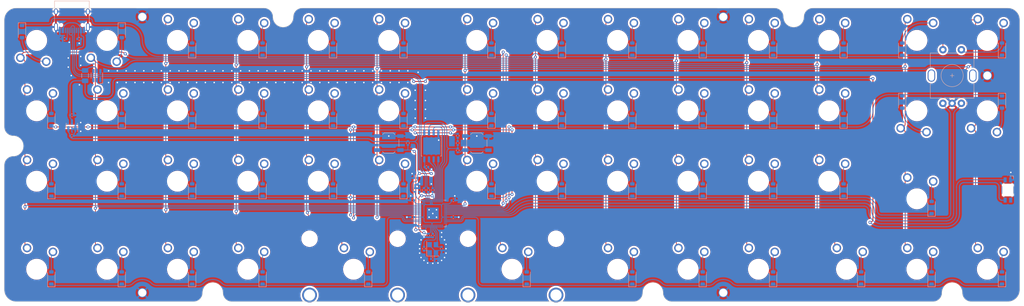
<source format=kicad_pcb>
(kicad_pcb (version 20221018) (generator pcbnew)
  (layers (0 "F.Cu" signal) (31 "B.Cu" signal) (34 "B.Paste" user) (35 "F.Paste" user) (36 "B.SilkS" user "B.Silkscreen") (37 "F.SilkS" user "F.Silkscreen") (38 "B.Mask" user) (39 "F.Mask" user) (44 "Edge.Cuts" user))
  (net 0 "")
  (net 1 "+5V")
  (net 2 "GND")
  (net 3 "+3V3")
  (net 4 "+1V1")
  (net 5 "Net-(C12-Pad2)")
  (net 6 "XIN")
  (net 7 "RGB")
  (net 8 "ROW0")
  (net 9 "Net-(D17-A)")
  (net 10 "Net-(D18-A)")
  (net 11 "Net-(D19-A)")
  (net 12 "Net-(D20-A)")
  (net 13 "Net-(D21-A)")
  (net 14 "Net-(D22-A)")
  (net 15 "Net-(D23-A)")
  (net 16 "Net-(D24-A)")
  (net 17 "Net-(D25-A)")
  (net 18 "Net-(D26-A)")
  (net 19 "Net-(D27-A)")
  (net 20 "Net-(D28-A)")
  (net 21 "ROW1")
  (net 22 "Net-(D29-A)")
  (net 23 "Net-(D30-A)")
  (net 24 "Net-(D31-A)")
  (net 25 "Net-(D32-A)")
  (net 26 "Net-(D33-A)")
  (net 27 "Net-(D34-A)")
  (net 28 "Net-(D35-A)")
  (net 29 "Net-(D36-A)")
  (net 30 "Net-(D37-A)")
  (net 31 "Net-(D38-A)")
  (net 32 "Net-(D39-A)")
  (net 33 "Net-(D40-A)")
  (net 34 "ROW2")
  (net 35 "Net-(D41-A)")
  (net 36 "Net-(D42-A)")
  (net 37 "Net-(D43-A)")
  (net 38 "Net-(D44-A)")
  (net 39 "Net-(D45-A)")
  (net 40 "Net-(D46-A)")
  (net 41 "Net-(D47-A)")
  (net 42 "Net-(D48-A)")
  (net 43 "Net-(D49-A)")
  (net 44 "Net-(D50-A)")
  (net 45 "Net-(D51-A)")
  (net 46 "Net-(D52-A)")
  (net 47 "ROW3")
  (net 48 "Net-(D53-A)")
  (net 49 "VCC")
  (net 50 "Net-(J1-CC1)")
  (net 51 "D+")
  (net 52 "D-")
  (net 54 "Net-(J1-CC2)")
  (net 56 "COL0")
  (net 57 "COL1")
  (net 58 "COL2")
  (net 59 "COL3")
  (net 60 "COL4")
  (net 61 "COL5")
  (net 62 "COL6")
  (net 63 "Net-(R3-Pad1)")
  (net 64 "QSPI_SS")
  (net 65 "Net-(SWR1-B)")
  (net 66 "RUN")
  (net 67 "Net-(U4-USB_DM)")
  (net 68 "Net-(U4-USB_DP)")
  (net 69 "XOUT")
  (net 70 "ENCB")
  (net 71 "ENCA")
  (net 72 "SWCLK")
  (net 73 "SWDIO")
  (net 76 "QSPI_D1")
  (net 77 "QSPI_D2")
  (net 78 "QSPI_D0")
  (net 79 "QSPI_CLK")
  (net 80 "QSPI_D3")
  (net 90 "Net-(D1-A)")
  (net 91 "Net-(D2-A)")
  (net 92 "Net-(D3-A)")
  (net 93 "Net-(D4-A)")
  (net 94 "Net-(D5-A)")
  (net 95 "Net-(D6-A)")
  (net 96 "Net-(D7-A)")
  (net 97 "ROW4")
  (net 98 "Net-(D8-A)")
  (net 99 "Net-(D9-A)")
  (net 100 "Net-(D10-A)")
  (net 101 "Net-(D11-A)")
  (net 102 "Net-(D12-A)")
  (net 103 "Net-(D13-A)")
  (net 104 "Net-(D14-A)")
  (net 105 "Net-(D15-A)")
  (net 106 "Net-(D16-A)")
  (net 107 "ROW5")
  (net 108 "ROW6")
  (net 109 "ROW7")
  (footprint "kiserdesigns:gateron-ks-33" (layer "F.Cu") (at 246.0625 58.340625)
    (fp_text reference "MX26" hide)
    (fp_text value "MX-NoLED" hide)
  )
  (footprint "kiserdesigns:gateron-ks-33" (layer "F.Cu") (at 107.95 77.390625)
    (fp_text reference "MX33" hide)
    (fp_text value "MX-NoLED" hide)
  )
  (footprint "kiserdesigns:gateron-ks-33" (layer "F.Cu") (at 88.9 58.340625)
    (fp_text reference "MX18" hide)
    (fp_text value "MX-NoLED" hide)
  )
  (footprint "kiserdesigns:gateron-ks-33" (layer "F.Cu") (at 117.475 101.203125)
    (fp_text reference "MX46" hide)
    (fp_text value "MX-NoLED" hide)
  )
  (footprint "kiserdesigns:gateron-ks-33" (layer "F.Cu") (at 269.875 101.203125)
    (fp_text reference "MX52" hide)
    (fp_text value "MX-NoLED" hide)
  )
  (footprint "MountingHole:MountingHole_2.2mm_M2_Pad_TopOnly" (layer "F.Cu") (at 60.325 32.940625)
    (fp_text reference "H1" hide)
    (fp_text value "MountingHole_Pad" hide)
  )
  (footprint "kiserdesigns:gateron-ks-33" (layer "F.Cu") (at 69.85 39.290625)
    (fp_text reference "MX3" hide)
    (fp_text value "MX-NoLED" hide)
  )
  (footprint "kiserdesigns:gateron-ks-33" (layer "F.Cu") (at 150.8125 77.390625)
    (fp_text reference "MX35" hide)
    (fp_text value "MX-NoLED" hide)
  )
  (footprint "kiserdesigns:gateron-ks-33" (layer "F.Cu") (at 188.9125 77.390625)
    (fp_text reference "MX37" hide)
    (fp_text value "MX-NoLED" hide)
  )
  (footprint "kiserdesigns:gateron-ks-33" (layer "F.Cu") (at 188.9125 39.290625)
    (fp_text reference "MX9" hide)
    (fp_text value "MX-NoLED" hide)
  )
  (footprint "kiserdesigns:gateron-ks-33" (layer "F.Cu") (at 169.8625 58.340625)
    (fp_text reference "MX22" hide)
    (fp_text value "MX-NoLED" hide)
  )
  (footprint "kiserdesigns:gateron-ks-33" (layer "F.Cu") (at 246.0625 77.390625)
    (fp_text reference "MX40" hide)
    (fp_text value "MX-NoLED" hide)
  )
  (footprint "kiserdesigns:gateron-ks-33" (layer "F.Cu") (at 127 77.390625)
    (fp_text reference "MX34" hide)
    (fp_text value "MX-NoLED" hide)
  )
  (footprint "kiserdesigns:gateron-ks-33" (layer "F.Cu") (at 288.925 39.290625)
    (fp_text reference "MX14" hide)
    (fp_text value "MX-NoLED" hide)
  )
  (footprint "kiserdesigns:gateron-ks-33" (layer "F.Cu") (at 246.0625 39.290625)
    (fp_text reference "MX12" hide)
    (fp_text value "MX-NoLED" hide)
  )
  (footprint "kiserdesigns:gateron-ks-33" (layer "F.Cu") (at 250.825 101.203125)
    (fp_text reference "MX51" hide)
    (fp_text value "MX-NoLED" hide)
  )
  (footprint "kiserdesigns:gateron-ks-33" (layer "F.Cu") (at 69.85 101.203125)
    (fp_text reference "MX44" hide)
    (fp_text value "MX-NoLED" hide)
  )
  (footprint "kiserdesigns:gateron-ks-33" (layer "F.Cu") (at 188.9125 58.340625)
    (fp_text reference "MX23" hide)
    (fp_text value "MX-NoLED" hide)
  )
  (footprint "MountingHole:MountingHole_2.2mm_M2_Pad_TopOnly" (layer "F.Cu") (at 217.4875 32.940625)
    (fp_text reference "H2" hide)
    (fp_text value "MountingHole_Pad" hide)
  )
  (footprint "kiserdesigns:gateron-ks-33" (layer "F.Cu") (at 50.8 101.203125)
    (fp_text reference "MX43" hide)
    (fp_text value "MX-NoLED" hide)
  )
  (footprint "kiserdesigns:gateron-ks-33" (layer "F.Cu") (at 150.8125 58.340625)
    (fp_text reference "MX21" hide)
    (fp_text value "MX-NoLED" hide)
  )
  (footprint "kiserdesigns:gateron-ks-33" (layer "F.Cu") (at 107.95 39.290625)
    (fp_text reference "MX5" hide)
    (fp_text value "MX-NoLED" hide)
  )
  (footprint "kiserdesigns:gateron-ks-33" (layer "F.Cu") (at 288.925 58.340625 180)
    (fp_text reference "MX28" hide)
    (fp_text value "MX-NoLED" hide)
  )
  (footprint "kiserdesigns:gateron-ks-33" (layer "F.Cu") (at 169.8625 77.390625)
    (fp_text reference "MX36" hide)
    (fp_text value "MX-NoLED" hide)
  )
  (footprint "kiserdesigns:gateron-ks-33" (layer "F.Cu") (at 188.9125 101.203125)
    (fp_text reference "MX48" hide)
    (fp_text value "MX-NoLED" hide)
  )
  (footprint "kiserdesigns:gateron-ks-33" (layer "F.Cu") (at 88.9 39.290625)
    (fp_text reference "MX4" hide)
    (fp_text value "MX-NoLED" hide)
  )
  (footprint "kiserdesigns:gateron-ks-33" (layer "F.Cu") (at 150.8125 39.290625)
    (fp_text reference "MX7" hide)
    (fp_text value "MX-NoLED" hide)
  )
  (footprint "kiserdesigns:gateron-ks-33" (layer "F.Cu") (at 127 58.340625)
    (fp_text reference "MX20" hide)
    (fp_text value "MX-NoLED" hide)
  )
  (footprint "MountingHole:MountingHole_2.2mm_M2_Pad_TopOnly" (layer "F.Cu") (at 217.4875 107.553125)
    (fp_text reference "H4" hide)
    (fp_text value "MountingHole_Pad" hide)
  )
  (footprint "kiserdesigns:gateron-ks-33" (layer "F.Cu") (at 88.9 101.203125)
    (fp_text reference "MX45" hide)
    (fp_text value "MX-NoLED" hide)
  )
  (footprint "MountingHole:MountingHole_2.2mm_M2_Pad_TopOnly" (layer "F.Cu") (at 288.925 48.815625)
    (fp_text reference "H5" hide)
    (fp_text value "MountingHole_Pad" hide)
  )
  (footprint "kiserdesigns:gateron-ks-33" (layer "F.Cu") (at 88.9 77.390625)
    (fp_text reference "MX32" hide)
    (fp_text value "MX-NoLED" hide)
  )
  (footprint "kiserdesigns:gateron-ks-33" (layer "F.Cu") (at 31.75 39.290625 180)
    (fp_text reference "MX1" hide)
    (fp_text value "MX-NoLED" hide)
  )
  (footprint "kiserdesigns:gateron-ks-33" (layer "F.Cu") (at 227.0125 77.390625)
    (fp_text reference "MX39" hide)
    (fp_text value "MX-NoLED" hide)
  )
  (footprint "kiserdesigns:gateron-ks-33" (layer "F.Cu") (at 50.8 39.290625 180)
    (fp_text reference "MX2" hide)
    (fp_text value "MX-NoLED" hide)
  )
  (footprint "kiserdesigns:gateron-ks-33" (layer "F.Cu") (at 31.75 58.340625)
    (fp_text reference "MX15" hide)
    (fp_text value "MX-NoLED" hide)
  )
  (footprint "kiserdesigns:gateron-ks-33" (layer "F.Cu") (at 207.9625 39.290625)
    (fp_text reference "MX10" hide)
    (fp_text value "MX-NoLED" hide)
  )
  (footprint "kiserdesigns:gateron-ks-33" (layer "F.Cu") (at 69.85 58.340625)
    (fp_text reference "MX17" hide)
    (fp_text value "MX-NoLED" hide)
  )
  (footprint "kiserdesigns:gateron-ks-33" (layer "F.Cu") (at 50.8 77.390625)
    (fp_text reference "MX30" hide)
    (fp_text value "MX-NoLED" hide)
  )
  (footprint "MountingHole:MountingHole_2.2mm_M2_Pad_TopOnly" (layer "F.Cu") (at 60.325 107.553125)
    (fp_text reference "H3" hide)
    (fp_text value "MountingHole_Pad" hide)
  )
  (footprint "kiserdesigns:gateron-ks-33" (layer "F.Cu") (at 207.9625 77.390625)
    (fp_text reference "MX38" hide)
    (fp_text value "MX-NoLED" hide)
  )
  (footprint "kiserdesigns:gateron-ks-33" (layer "F.Cu") (at 269.875 82.153125)
    (fp_text reference "MX41" hide)
    (fp_text value "MX-NoLED" hide)
  )
  (footprint "kiserdesigns:gateron-ks-33" (layer "F.Cu") (at 169.8625 39.290625)
    (fp_text reference "MX8" hide)
    (fp_text value "MX-NoLED" hide)
  )
  (footprint "kiserdesigns:gateron-ks-33" (layer "F.Cu") (at 227.0125 58.340625)
    (fp_text reference "MX25" hide)
    (fp_text value "MX-NoLED" hide)
  )
  (footprint "kiserdesigns:gateron-ks-33" (layer "F.Cu") (at 269.875 58.340625 180)
    (fp_text reference "MX27" hide)
    (fp_text value "MX-NoLED" hide)
  )
  (footprint "kiserdesigns:gateron-ks-33" (layer "F.Cu") (at 31.75 77.390625)
    (fp_text reference "MX29" hide)
    (fp_text value "MX-NoLED" hide)
  )
  (footprint "kiserdesigns:gateron-ks-33" (layer "F.Cu") (at 227.0125 39.290625)
    (fp_text reference "MX11" hide)
    (fp_text value "MX-NoLED" hide)
  )
  (footprint "kiserdesigns:gateron-ks-33" (layer "F.Cu") (at 269.875 39.290625)
    (fp_text reference "MX13" hide)
    (fp_text value "MX-NoLED" hide)
  )
  (footprint "kiserdesigns:gateron-ks-33" (layer "F.Cu") (at 288.925 101.203125)
    (fp_text reference "MX53" hide)
    (fp_text value "MX-NoLED" hide)
  )
  (footprint "kiserdesigns:gateron-ks-33" (layer "F.Cu") (at 69.85 77.390625)
    (fp_text reference "MX31" hide)
    (fp_text value "MX-NoLED" hide)
  )
  (footprint "kiserdesigns:gateron-ks-33" (layer "F.Cu") (at 127 39.290625)
    (fp_text reference "MX6" hide)
    (fp_text value "MX-NoLED" hide)
  )
  (footprint "kiserdesigns:gateron-ks-33" (layer "F.Cu") (at 207.9625 58.340625)
    (fp_text reference "MX24" hide)
    (fp_text value "MX-NoLED" hide)
  )
  (footprint "kiserdesigns:gateron-ks-33" (layer "F.Cu") (at 207.9625 101.203125)
    (fp_text reference "MX49" hide)
    (fp_text value "MX-NoLED" hide)
  )
  (footprint "kiserdesigns:gateron-ks-33" (layer "F.Cu") (at 107.95 58.340625)
    (fp_text reference "MX19" hide)
    (fp_text value "MX-NoLED" hide)
  )
  (footprint "kiserdesigns:gateron-ks-33" (layer "F.Cu") (at 160.3375 101.203125)
    (fp_text reference "MX47" hide)
    (fp_text value "MX-NoLED" hide)
  )
  (footprint "kiserdesigns:gateron-ks-33" (layer "F.Cu") (at 50.8 58.340625)
    (fp_text reference "MX16" hide)
    (fp_text value "MX-NoLED" hide)
  )
  (footprint "kiserdesigns:gateron-ks-33" (layer "F.Cu") (at 31.75 101.203125)
    (fp_text reference "MX42" hide)
    (fp_text value "MX-NoLED" hide)
  )
  (footprint "kiserdesigns:gateron-ks-33" (layer "F.Cu") (at 227.0125 101.203125)
    (fp_text reference "MX50" hide)
    (fp_text value "MX-NoLED" hide)
  )
  (footprint "Diode_SMD:D_SOD-123" (layer "B.Cu") (at 35.71875 79.771875 90)
    (fp_text reference "D29" hide)
    (fp_text value "D_Small" hide)
  )
  (footprint "Diode_SMD:D_SOD-123" (layer "B.Cu") (at 92.86875 79.771875 90)
    (fp_text reference "D32" hide)
    (fp_text value "D_Small" hide)
  )
  (footprint "Capacitor_SMD:C_0402_1005Metric" (layer "B.Cu") (at 144.4625 87.121875)
    (fp_text reference "C8" hide)
    (fp_text value "100n" hide)
  )
  (footprint "Diode_SMD:D_SOD-123" (layer "B.Cu") (at 164.30625 103.584375 90)
    (fp_text reference "D47" hide)
    (fp_text value "D_Small" hide)
  )
  (footprint "Diode_SMD:D_SOD-123" (layer "B.Cu") (at 230.98125 103.584375 90)
    (fp_text reference "D50" hide)
    (fp_text value "D_Small" hide)
  )
  (footprint "Diode_SMD:D_SOD-123" (layer "B.Cu") (at 121.44375 103.584375 90)
    (fp_text reference "D46" hide)
    (fp_text value "D_Small" hide)
  )
  (footprint "Diode_SMD:D_SOD-123" (layer "B.Cu") (at 292.89375 103.584375 90)
    (fp_text reference "D53" hide)
    (fp_text value "D_Small" hide)
  )
  (footprint "Diode_SMD:D_SOD-123" (layer "B.Cu") (at 211.93125 41.671875 90)
    (fp_text reference "D10" hide)
    (fp_text value "D_Small" hide)
  )
  (footprint "Capacitor_SMD:C_0402_1005Metric" (layer "B.Cu") (at 137.194375 73.546875)
    (fp_text reference "C3" hide)
    (fp_text value "100n" hide)
  )
  (footprint "Capacitor_SMD:C_0402_1005Metric" (layer "B.Cu") (at 138.90625 92.075 -90)
    (fp_text reference "C15" hide)
    (fp_text value "100n" hide)
  )
  (footprint "Diode_SMD:D_SOD-123" (layer "B.Cu") (at 192.88125 41.671875 90)
    (fp_text reference "D9" hide)
    (fp_text value "D_Small" hide)
  )
  (footprint "Fuse:Fuse_1206_3216Metric" (layer "B.Cu") (at 44.846875 48.815625 -90)
    (fp_text reference "F1" hide)
    (fp_text value "Fuse_Small" hide)
  )
  (footprint "Diode_SMD:D_SOD-123" (layer "B.Cu") (at 230.98125 79.771875 90)
    (fp_text reference "D39" hide)
    (fp_text value "D_Small" hide)
  )
  (footprint "PCM_marbastlib-various:SOT-23-6-routable" (layer "B.Cu") (at 48.021875 48.815625 90)
    (fp_text reference "U2" hide)
    (fp_text value "SRV05-4" hide)
  )
  (footprint "Resistor_SMD:R_0402_1005Metric" (layer "B.Cu") (at 145.653125 69.05625 -90)
    (fp_text reference "R5" hide)
    (fp_text value "1k" hide)
  )
  (footprint "Package_DFN_QFN:QFN-56-1EP_7x7mm_P0.4mm_EP3.2x3.2mm" (layer "B.Cu") (at 138.90625 86.121875 180)
    (fp_text reference "U4" hide)
    (fp_text value "RP2040TR7" hide)
  )
  (footprint "Resistor_SMD:R_0402_1005Metric" (layer "B.Cu") (at 137.696875 79.771875 90)
    (fp_text reference "R8" hide)
    (fp_text value "27" hide)
  )
  (footprint "Resistor_SMD:R_0402_1005Metric" (layer "B.Cu") (at 132.159375 67.071875 -90)
    (fp_text reference "R6" hide)
    (fp_text value "5.1k" hide)
  )
  (footprint "Diode_SMD:D_SOD-123" (layer "B.Cu") (at 292.89375 55.959375 -90)
    (fp_text reference "D28" hide)
    (fp_text value "D_Small" hide)
  )
  (footprint "Diode_SMD:D_SOD-123" (layer "B.Cu") (at 54.76875 79.771875 90)
    (fp_text reference "D30" hide)
    (fp_text value "D_Small" hide)
  )
  (footprint "Button_Switch_SMD:SW_SPST_TL3342" (layer "B.Cu") (at 150.8125 67.071875 180)
    (fp_text reference "SWR1" hide)
    (fp_text value "SW_SPST" hide)
  )
  (footprint "Diode_SMD:D_SOD-123" (layer "B.Cu") (at 265.90625 41.671875 90)
    (fp_text reference "D13" hide)
    (fp_text value "D_Small" hide)
  )
  (footprint "Diode_SMD:D_SOD-123" (layer "B.Cu") (at 211.93125 60.721875 90)
    (fp_text reference "D24" hide)
    (fp_text value "D_Small" hide)
  )
  (footprint "Diode_SMD:D_SOD-123" (layer "B.Cu") (at 73.81875 41.671875 90)
    (fp_text reference "D3" hide)
    (fp_text value "D_Small" hide)
  )
  (footprint "Capacitor_SMD:C_0402_1005Metric" (layer "B.Cu") (at 134.125 79.771875 90)
    (fp_text reference "C4" hide)
    (fp_text value "1u" hide)
  )
  (footprint "Diode_SMD:D_SOD-123" (layer "B.Cu") (at 92.86875 103.584375 90)
    (fp_text reference "D45" hide)
    (fp_text value "D_Small" hide)
  )
  (footprint "Diode_SMD:D_SOD-123" (layer "B.Cu") (at 273.84375 84.534375 90)
    (fp_text reference "D41" hide)
    (fp_text value "D_Small" hide)
  )
  (footprint "Rotary_Encoder:RotaryEncoder_Alps_EC11E-Switch_Vertical_H20mm" (layer "B.Cu") (at 279.4 48.815625 90)
    (fp_text reference "SW1" hide)
    (fp_text value "RotaryEncoder_Switch" hide)
  )
  (footprint "Diode_SMD:D_SOD-123" (layer "B.Cu") (at 292.89375 41.671875 90)
    (fp_text reference "D14" hide)
    (fp_text value "D_Small" hide)
  )
  (footprint "Diode_SMD:D_SOD-123" (layer "B.Cu") (at 254.79375 103.584375 90)
    (fp_text reference "D51" hide)
    (fp_text value "D_Small" hide)
  )
  (footprint "Resistor_SMD:R_0402_1005Metric" (layer "B.Cu") (at 136.50625 79.771875 90)
    (fp_text reference "R7" hide)
    (fp_text value "27" hide)
  )
  (footprint "Resistor_SMD:R_0402_1005Metric" (layer "B.Cu") (at 145.653125 67.071875 90)
    (fp_text reference "R4" hide)
    (fp_text value "5.1k" hide)
  )
  (footprint "Capacitor_SMD:C_0402_1005Metric" (layer "B.Cu") (at 41.275 65.0875)
    (fp_text reference "C2" hide)
    (fp_text value "1u" hide)
  )
  (footprint "Diode_SMD:D_SOD-123" (layer "B.Cu") (at 211.93125 79.771875 90)
    (fp_text reference "D38" hide)
    (fp_text value "D_Small" hide)
  )
  (footprint "Diode_SMD:D_SOD-123" (layer "B.Cu") (at 154.78125 60.721875 90)
    (fp_text reference "D21" hide)
    (fp_text value "D_Small" hide)
  )
  (footprint "Capacitor_SMD:C_0402_1005Metric" (layer "B.Cu") (at 134.30625 76.521875 180)
    (fp_text reference "C14" hide)
    (fp_text value "10u" hide)
  )
  (footprint "Diode_SMD:D_SOD-123" (layer "B.Cu") (at 192.88125 60.721875 90)
    (fp_text reference "D23" hide)
    (fp_text value "D_Small" hide)
  )
  (footprint "Diode_SMD:D_SOD-123" (layer "B.Cu") (at 92.86875 41.671875 90)
    (fp_text reference "D4" hide)
    (fp_text value "D_Small" hide)
  )
  (footprint "Diode_SMD:D_SOD-123" (layer "B.Cu") (at 250.03125 79.771875 90)
    (fp_text reference "D40" hide)
    (fp_text value "D_Small" hide)
  )
  (footprint "Diode_SMD:D_SOD-123" (layer "B.Cu") (at 173.83125 41.671875 90)
    (fp_text reference "D8" hide)
    (fp_text value "D_Small" hide)
  )
  (footprint "Button_Switch_SMD:SW_SPST_TL3342" (layer "B.Cu") (at 127 67.071875 180)
    (fp_text reference "SWR2" hide)
    (fp_text value "SW_SPST" hide)
  )
  (footprint "Diode_SMD:D_SOD-123" (layer "B.Cu") (at 230.98125 60.721875 90)
    (fp_text reference "D25" hide)
    (fp_text value "D_Small" hide)
  )
  (footprint "Diode_SMD:D_SOD-123" (layer "B.Cu") (at 154.78125 79.771875 90)
    (fp_text reference "D35" hide)
    (fp_text value "D_Small" hide)
  )
  (footprint "Diode_SMD:D_SOD-123" (layer "B.Cu") (at 27.78125 36.909375 -90)
    (fp_text reference "D1" hide)
    (fp_text value "D_Small" hide)
  )
  (footprint "Resistor_SMD:R_0402_1005Metric" (layer "B.Cu") (at 39.290625 38.89375)
    (fp_text reference "R1" hide)
    (fp_text value "5.1k" hide)
  )
  (footprint "PCM_marbastlib-mx:STAB_MX_P_2u" (layer "B.Cu") (at 160.3375 101.203125)
    (fp_text reference "S2" hide)
    (fp_text value "MX_stab" hide)
  )
  (footprint "Package_TO_SOT_SMD:SOT-23" (layer "B.Cu") (at 41.275 62.309375 90)
    (fp_text reference "U1" hide)
    (fp_text value "XC6206PxxxMR" hide)
  )
  (footprint "Connector_USB:USB_C_Receptacle_HRO_TYPE-C-31-M-12" (layer "B.Cu") (at 41.275 32.54375)
    (fp_text reference "J1" hide)
    (fp_text value "USB_C_Receptacle_USB2.0" hide)
  )
  (footprint "Diode_SMD:D_SOD-123" (layer "B.Cu") (at 250.03125 41.671875 90)
    (fp_text reference "D12" hide)
    (fp_text value "D_Small" hide)
  )
  (footprint "Capacitor_SMD:C_0402_1005Metric" (layer "B.Cu") (at 137.715625 92.075 -90)
    (fp_text reference "C7" hide)
    (fp_text value "100n" hide)
  )
  (footprint "Diode_SMD:D_SOD-123" (layer "B.Cu") (at 173.83125 79.771875 90)
    (fp_text reference "D36" hide)
    (fp_text value "D_Small" hide)
  )
  (footprint "Capacitor_SMD:C_0402_1005Metric" (layer "B.Cu") (at 138.90625 98.425 180)
    (fp_text reference "C12" hide)
    (fp_text value "22p" hide)
  )
  (footprint "Capacitor_SMD:C_0402_1005Metric" (layer "B.Cu") (at 41.275 59.53125)
    (fp_text reference "C1" hide)
    (fp_text value "1u" hide)
  )
  (footprint "Diode_SMD:D_SOD-123" (layer "B.Cu") (at 73.81875 60.721875 90)
    (fp_text reference "D17" hide)
    (fp_text value "D_Small" hide)
  )
  (footprint "Resistor_SMD:R_0402_1005Metric" (layer "B.Cu") (at 136.525 95.646875 90)
    (fp_text reference "R9" hide)
    (fp_text value "1k" hide)
  )
  (footprint "Diode_SMD:D_SOD-123" (layer "B.Cu") (at 111.91875 41.671875 90)
    (fp_text reference "D5" hide)
    (fp_text value "D_Small" hide)
  )
  (footprint "Diode_SMD:D_SOD-123" (layer "B.Cu") (at 154.78125 41.671875 90)
    (fp_text reference "D7" hide)
    (fp_text value "D_Small" hide)
  )
  (footprint "Capacitor_SMD:C_0402_1005Metric" (layer "B.Cu") (at 138.8875 79.771875 90)
    (fp_text reference "C6" hide)
    (fp_text value "100n" hide)
  )
  (footprint "Diode_SMD:D_SOD-123" (layer "B.Cu") (at 54.76875 36.909375 -90)
    (fp_text reference "D2" hide)
    (fp_text value "D_Small" hide)
  )
  (footprint "Diode_SMD:D_SOD-123" (layer "B.Cu") (at 173.83125 60.721875 90)
    (fp_text reference "D22" hide)
    (fp_text value "D_Small" hide)
  )
  (footprint "Diode_SMD:D_SOD-123" (layer "B.Cu") (at 273.84375 103.584375 90)
    (fp_text reference "D52" hide)
    (fp_text value "D_Small" hide)
  )
  (footprint "Diode_SMD:D_SOD-123" (layer "B.Cu") (at 35.71875 60.721875 90)
    (fp_text reference "D15" hide)
    (fp_text value "D_Small" hide)
  )
  (footprint "Diode_SMD:D_SOD-123" (layer "B.Cu") (at 111.91875 79.771875 90)
    (fp_text reference "D33" hide)
    (fp_text value "D_Small" hide)
  )
  (footprint "Capacitor_SMD:C_0402_1005Metric" (layer "B.Cu") (at 135.315625 79.771875 90)
    (fp_text reference "C5" hide)
    (fp_text value "1u" hide)
  )
  (footprint "Diode_SMD:D_SOD-123" (layer "B.Cu") (at 54.76875 60.721875 90)
    (fp_text reference "D16" hide)
    (fp_text value "D_Small" hide)
  )
  (footprint "Diode_SMD:D_SOD-123" (layer "B.Cu") (at 35.71875 103.584375 90)
    (fp_text reference "D42" hide)
    (fp_text value "D_Small" hide)
  )
  (footprint "Capacitor_SMD:C_0402_1005Metric" (layer "B.Cu") (at 144.4625 82.55)
    (fp_text reference "C10" hide)
    (fp_text value "100n" hide)
  )
  (footprint "Resistor_SMD:R_0402_1005Metric" (layer "B.Cu") (at 145.653125 65.0875 90)
    (fp_text reference "R3" hide)
    (fp_text value "5.1k" hide)
  )
  (footprint "Diode_SMD:D_SOD-123" (layer "B.Cu") (at 211.93125 103.584375 90)
    (fp_text reference "D49" hide)
    (fp_text value "D_Small" hide)
  )
  (footprint "Diode_SMD:D_SOD-123" (layer "B.Cu") (at 130.96875 41.671875 90)
    (fp_text reference "D6" hide)
    (fp_text value "D_Small" hide)
  )
  (footprint "Diode_SMD:D_SOD-123" (layer "B.Cu") (at 130.96875 60.721875 90)
    (fp_text reference "D20" hide)
    (fp_text value "D_Small" hide)
  )
  (footprint "Diode_SMD:D_SOD-123" (layer "B.Cu") (at 192.88125 79.771875 90)
    (fp_text reference "D37" hide)
    (fp_text value "D_Small" hide)
  )
  (footprint "Capacitor_SMD:C_0402_1005Metric" (layer "B.Cu") (at 133.35 87.121875 180)
    (fp_text reference "C9" hide)
    (fp_text value "100n" hide)
  )
  (footprint "Diode_SMD:D_SOD-123" (layer "B.Cu") (at 73.81875 79.771875 90)
    (fp_text reference "D31" hide)
    (fp_text value "D_Small" hide)
  )
  (footprint "Capacitor_SMD:C_0402_1005Metric" (layer "B.Cu") (at 133.35 82.55 180)
    (fp_text reference "C11" hide)
    (fp_text value "100n" hide)
  )
  (footprint "Diode_SMD:D_SOD-123" (layer "B.Cu") (at 54.76875 103.584375 90)
    (fp_text reference "D43" hide)
    (fp_text value "D_Small" hide)
  )
  (footprint "Diode_SMD:D_SOD-123" (layer "B.Cu") (at 230.98125 41.671875 90)
    (fp_text reference "D11" hide)
    (fp_text value "D_Small" hide)
  )
  (footprint "Capacitor_SMD:C_0402_1005Metric" (layer "B.Cu") (at 141.2875 95.646875 -90)
    (fp_text reference "C13" hide)
    (fp_text value "22p" hide)
  )
  (footprint "Diode_SMD:D_SOD-123" (layer "B.Cu") (at 92.86875 60.721875 90)
    (fp_text reference "D18" hide)
    (fp_text value "D_Small" hide)
  )
  (footprint "Resistor_SMD:R_0402_1005Metric" (layer "B.Cu") (at 43.259375 38.89375 180)
    (fp_text reference "R2" hide)
    (fp_text value "5.1k" hide)
  )
  (footprint "Package_SO:SOIC-8_5.23x5.23mm_P1.27mm" (layer "B.Cu") (at 138.509375 67.865625 -90)
    (fp_text reference "U3" hide)
    (fp_text value "W25Q128JVS" hide)
  )
  (footprint "Diode_SMD:D_SOD-123" (layer "B.Cu") (at 111.91875 60.721875 90)
    (fp_text reference "D19" hide)
    (fp_text value "D_Small" hide)
  )
  (footprint "Diode_SMD:D_SOD-123" (layer "B.Cu") (at 130.96875 79.771875 90)
    (fp_text reference "D34" hide)
    (fp_text value "D_Small" hide)
  )
  (footprint "PCM_marbastlib-various:LED_6028R" (layer "B.Cu") (at 294.48125 79.771875 -90)
    (fp_text reference "LED1" hide)
    (fp_text value "SK6812MINI-E" hide)
    (fp_line (start -1.699999 0.702843) (end -1.699999 -0.702841) (stroke (width 0.1)) (layer "Edge.Cuts"))
    (fp_line (start -0.794452 -1.499999) (end 0.794452 -1.499999) (stroke (width 0.1)) (layer "Edge.Cuts"))
    (fp_line (start 0.794452 1.5) (end -0.794453 1.5) (stroke (width 0.1)) (layer "Edge.Cuts"))
    (fp_line (start 1.699999 -0.702841) (end 1.699999 0.702843) (stroke (width 0.1)) (layer "Edge.Cuts"))
    (fp_arc (start -1.749484 -0.919719) (mid -1.712527 -0.814067) (end -1.699999 -0.702841) (stroke (width 0.1)) (layer "Edge.Cuts"))
    (fp_arc (start -1.749484 -0.919718) (mid -1.638072 -1.504034) (end -1.046711 -1.568298) (stroke (width 0.1)) (layer "Edge.Cuts"))
    (fp_arc (start -1.699999 0.702844) (mid -1.712527 0.814069) (end -1.749484 0.919721) (stroke (width 0.1)) (layer "Edge.Cuts"))
    (fp_arc (start -1.046711 1.568299) (mid -1.638071 1.504036) (end -1.749484 0.919721) (stroke (width 0.1)) (layer "Edge.Cuts"))
    (fp_arc (start -1.046711 1.568299) (mid -0.925123 1.517377) (end -0.794453 1.5) (stroke (width 0.1)) (layer "Edge.Cuts"))
    (fp_arc (start -0.794452 -1.499999) (mid -0.925123 -1.517376) (end -1.046711 -1.568298) (stroke (width 0.1)) (layer "Edge.Cuts"))
    (fp_arc (start 0.794453 1.500001) (mid 0.925123 1.517378) (end 1.046711 1.5683) (stroke (width 0.1)) (layer "Edge.Cuts"))
    (fp_arc (start 1.04671 -1.568298) (mid 0.925122 -1.517376) (end 0.794452 -1.499999) (stroke (width 0.1)) (layer "Edge.Cuts"))
    (fp_arc (start 1.046711 -1.568296) (mid 1.638069 -1.504034) (end 1.749484 -0.919719) (stroke (width 0.1)) (layer "Edge.Cuts"))
    (fp_arc (start 1.699999 -0.702842) (mid 1.712536 -0.814065) (end 1.749484 -0.919719) (stroke (width 0.1)) (layer "Edge.Cuts"))
    (fp_arc (start 1.749484 0.919721) (mid 1.638072 1.504036) (end 1.046711 1.5683) (stroke (width 0.1)) (layer "Edge.Cuts"))
    (fp_arc (start 1.749484 0.919721) (mid 1.712539 0.814068) (end 1.699999 0.702843) (stroke (width 0.1)) (layer "Edge.Cuts"))
  )
  (footprint "PCM_marbastlib-mx:STAB_MX_P_2u" (layer "B.Cu") (at 117.475 101.203125)
    (fp_text reference "S1" hide)
    (fp_text value "MX_stab" hide)
  )
  (footprint "Crystal:Crystal_SMD_3225-4Pin_3.2x2.5mm" (layer "B.Cu") (at 138.90625 95.646875 90)
    (fp_text reference "Y1" hide)
    (fp_text value "Crystal_GND24_Small" hide)
  )
  (footprint "Diode_SMD:D_SOD-123" (layer "B.Cu") (at 73.81875 103.584375 90)
    (fp_text reference "D44" hide)
    (fp_text value "D_Small" hide)
  )
  (footprint "Diode_SMD:D_SOD-123" (layer "B.Cu") (at 192.88125 103.584375 90)
    (fp_text reference "D48" hide)
    (fp_text value "D_Small" hide)
  )
  (footprint "Diode_SMD:D_SOD-123" (layer "B.Cu") (at 250.03125 60.721875 90)
    (fp_text reference "D26" hide)
    (fp_text value "D_Small" hide)
  )
  (footprint "Diode_SMD:D_SOD-123" (layer "B.Cu") (at 265.90625 55.959375 -90)
    (fp_text reference "D27" hide)
    (fp_text value "D_Small" hide)
  )
  (gr_arc (start 76.596875 107.553125) (mid 79.375 104.775) (end 82.153125 107.553125) (stroke (width 0.1)) (layer "Edge.Cuts"))
  (gr_line (start 23.01875 62.70625) (end 23.01875 33.734375) (stroke (width 0.1)) (layer "Edge.Cuts"))
  (gr_arc (start 276.621875 107.553125) (mid 275.924423 109.236923) (end 274.240625 109.934375) (stroke (width 0.1)) (layer "Edge.Cuts"))
  (gr_line (start 26.19375 30.559375) (end 93.265625 30.559375) (stroke (width 0.1)) (layer "Edge.Cuts"))
  (gr_line (start 297.65625 33.734375) (end 297.65625 106.759375) (stroke (width 0.1)) (layer "Edge.Cuts"))
  (gr_arc (start 195.659375 107.553125) (mid 194.961923 109.236923) (end 193.278125 109.934375) (stroke (width 0.1)) (layer "Edge.Cuts"))
  (gr_arc (start 76.596875 107.553125) (mid 75.899423 109.236923) (end 74.215625 109.934375) (stroke (width 0.1)) (layer "Edge.Cuts"))
  (gr_arc (start 25.4 65.0875) (mid 28.178125 67.865625) (end 25.4 70.64375) (stroke (width 0.1)) (layer "Edge.Cuts"))
  (gr_line (start 241.696875 30.559375) (end 294.48125 30.559375) (stroke (width 0.1)) (layer "Edge.Cuts"))
  (gr_arc (start 239.315625 32.940625) (mid 240.013077 31.256827) (end 241.696875 30.559375) (stroke (width 0.1)) (layer "Edge.Cuts"))
  (gr_arc (start 23.01875 33.734375) (mid 23.948686 31.489311) (end 26.19375 30.559375) (stroke (width 0.1)) (layer "Edge.Cuts"))
  (gr_arc (start 297.65625 106.759375) (mid 296.726314 109.004439) (end 294.48125 109.934375) (stroke (width 0.1)) (layer "Edge.Cuts"))
  (gr_line (start 274.240625 109.934375) (end 203.596875 109.934375) (stroke (width 0.1)) (layer "Edge.Cuts"))
  (gr_arc (start 26.19375 109.934375) (mid 23.948686 109.004439) (end 23.01875 106.759375) (stroke (width 0.1)) (layer "Edge.Cuts"))
  (gr_line (start 103.584375 30.559375) (end 231.378125 30.559375) (stroke (width 0.1)) (layer "Edge.Cuts"))
  (gr_line (start 74.215625 109.934375) (end 26.19375 109.934375) (stroke (width 0.1)) (layer "Edge.Cuts"))
  (gr_arc (start 276.621875 107.553125) (mid 279.4 104.775) (end 282.178125 107.553125) (stroke (width 0.1)) (layer "Edge.Cuts"))
  (gr_arc (start 93.265625 30.559375) (mid 94.949423 31.256827) (end 95.646875 32.940625) (stroke (width 0.1)) (layer "Edge.Cuts"))
  (gr_arc (start 203.596875 109.934375) (mid 201.913077 109.236923) (end 201.215625 107.553125) (stroke (width 0.1)) (layer "Edge.Cuts"))
  (gr_arc (start 284.559375 109.934375) (mid 282.875577 109.236923) (end 282.178125 107.553125) (stroke (width 0.1)) (layer "Edge.Cuts"))
  (gr_line (start 23.01875 106.759375) (end 23.01875 73.025) (stroke (width 0.1)) (layer "Edge.Cuts"))
  (gr_arc (start 25.4 65.0875) (mid 23.716202 64.390048) (end 23.01875 62.70625) (stroke (width 0.1)) (layer "Edge.Cuts"))
  (gr_line (start 84.534375 109.934375) (end 193.278125 109.934375) (stroke (width 0.1)) (layer "Edge.Cuts"))
  (gr_arc (start 231.378125 30.559375) (mid 233.061923 31.256827) (end 233.759375 32.940625) (stroke (width 0.1)) (layer "Edge.Cuts"))
  (gr_arc (start 195.659375 107.553125) (mid 198.4375 104.775) (end 201.215625 107.553125) (stroke (width 0.1)) (layer "Edge.Cuts"))
  (gr_arc (start 101.203125 32.940625) (mid 98.425 35.71875) (end 95.646875 32.940625) (stroke (width 0.1)) (layer "Edge.Cuts"))
  (gr_arc (start 23.01875 73.025) (mid 23.716202 71.341202) (end 25.4 70.64375) (stroke (width 0.1)) (layer "Edge.Cuts"))
  (gr_arc (start 84.534375 109.934375) (mid 82.850577 109.236923) (end 82.153125 107.553125) (stroke (width 0.1)) (layer "Edge.Cuts"))
  (gr_arc (start 101.203125 32.940625) (mid 101.900577 31.256827) (end 103.584375 30.559375) (stroke (width 0.1)) (layer "Edge.Cuts"))
  (gr_line (start 284.559375 109.934375) (end 294.48125 109.934375) (stroke (width 0.1)) (layer "Edge.Cuts"))
  (gr_arc (start 239.315625 32.940625) (mid 236.5375 35.71875) (end 233.759375 32.940625) (stroke (width 0.1)) (layer "Edge.Cuts"))
  (gr_arc (start 294.48125 30.559375) (mid 296.726314 31.489311) (end 297.65625 33.734375) (stroke (width 0.1)) (layer "Edge.Cuts"))
  (segment (start 257.96875 49.609375) (end 257.96875 87.709375) (width 0.25) (layer "F.Cu") (net 1))
  (segment (start 133.746875 50.403125) (end 136.921875 50.403125) (width 0.25) (layer "F.Cu") (net 1))
  (via (at 257.175 88.503125) (size 0.8) (drill 0.4) (layers "F.Cu" "B.Cu") (net 1))
  (via (at 257.96875 49.609375) (size 0.8) (drill 0.4) (layers "F.Cu" "B.Cu") (net 1))
  (via (at 133.746875 50.403125) (size 0.8) (drill 0.4) (layers "F.Cu" "B.Cu") (net 1))
  (via (at 136.921875 50.403125) (size 0.8) (drill 0.4) (layers "F.Cu" "B.Cu") (net 1))
  (arc (start 257.96875 87.709375) (mid 257.736266 88.270641) (end 257.175 88.503125) (width 0.25) (layer "F.Cu") (net 1))
  (segment (start 44.846875 50.215625) (end 42.25625 50.215625) (width 0.25) (layer "B.Cu") (net 1))
  (segment (start 281.384375 86.121875) (end 281.384375 78.978125) (width 0.25) (layer "B.Cu") (net 1))
  (segment (start 46.434375 54.76875) (end 50.8 54.76875) (width 0.25) (layer "B.Cu") (net 1))
  (segment (start 260.049423 89.69375) (end 277.8125 89.69375) (width 0.25) (layer "B.Cu") (net 1))
  (segment (start 44.846875 50.215625) (end 44.846875 53.18125) (width 0.25) (layer "B.Cu") (net 1))
  (segment (start 137.715625 49.609375) (end 257.96875 49.609375) (width 0.25) (layer "B.Cu") (net 1))
  (segment (start 40.795 51.676875) (end 40.795 59.53125) (width 0.25) (layer "B.Cu") (net 1))
  (segment (start 52.3875 53.18125) (end 52.3875 50.8) (width 0.25) (layer "B.Cu") (net 1))
  (segment (start 292.89375 82.55) (end 293.678125 82.55) (width 0.25) (layer "B.Cu") (net 1))
  (segment (start 53.578125 49.609375) (end 132.953125 49.609375) (width 0.25) (layer "B.Cu") (net 1))
  (segment (start 282.575 77.7875) (end 290.909375 77.7875) (width 0.25) (layer "B.Cu") (net 1))
  (segment (start 292.1 78.978125) (end 292.1 81.75625) (width 0.25) (layer "B.Cu") (net 1))
  (segment (start 40.795 59.53125) (end 40.795 60.124319) (width 0.25) (layer "B.Cu") (net 1))
  (arc (start 40.795 60.124319) (mid 40.816603 60.232927) (end 40.878125 60.325) (width 0.25) (layer "B.Cu") (net 1))
  (arc (start 257.175 88.503125) (mid 258.493796 89.384317) (end 260.049423 89.69375) (width 0.25) (layer "B.Cu") (net 1))
  (arc (start 40.878125 60.325) (mid 41.171855 60.764599) (end 41.275 61.283141) (width 0.25) (layer "B.Cu") (net 1))
  (arc (start 277.8125 89.69375) (mid 280.338197 88.647572) (end 281.384375 86.121875) (width 0.25) (layer "B.Cu") (net 1))
  (arc (start 281.384375 78.978125) (mid 281.733101 78.136226) (end 282.575 77.7875) (width 0.25) (layer "B.Cu") (net 1))
  (arc (start 292.1 81.75625) (mid 292.332484 82.317516) (end 292.89375 82.55) (width 0.25) (layer "B.Cu") (net 1))
  (arc (start 44.846875 53.18125) (mid 45.311843 54.303782) (end 46.434375 54.76875) (width 0.25) (layer "B.Cu") (net 1))
  (arc (start 290.909375 77.7875) (mid 291.751274 78.136226) (end 292.1 78.978125) (width 0.25) (layer "B.Cu") (net 1))
  (arc (start 136.921875 50.403125) (mid 137.154359 49.841859) (end 137.715625 49.609375) (width 0.25) (layer "B.Cu") (net 1))
  (arc (start 42.25625 50.215625) (mid 41.22299 50.643615) (end 40.795 51.676875) (width 0.25) (layer "B.Cu") (net 1))
  (arc (start 52.3875 50.8) (mid 52.736226 49.958101) (end 53.578125 49.609375) (width 0.25) (layer "B.Cu") (net 1))
  (arc (start 50.8 54.76875) (mid 51.922532 54.303782) (end 52.3875 53.18125) (width 0.25) (layer "B.Cu") (net 1))
  (arc (start 132.953125 49.609375) (mid 133.514391 49.841859) (end 133.746875 50.403125) (width 0.25) (layer "B.Cu") (net 1))
  (via (at 65.484375 47.521875) (size 0.8) (drill 0.4) (layers "F.Cu" "B.Cu") (net 2))
  (via (at 136.921875 52.784375) (size 0.8) (drill 0.4) (layers "F.Cu" "B.Cu") (net 2))
  (via (at 132.953125 81.359375) (size 0.8) (drill 0.4) (layers "F.Cu" "B.Cu") (net 2))
  (via (at 108.346875 47.521875) (size 0.8) (drill 0.4) (layers "F.Cu" "B.Cu") (net 2))
  (via (at 137.90625 87.121875) (size 0.8) (drill 0.4) (layers "F.Cu" "B.Cu") (net 2))
  (via (at 70.246875 50.696875) (size 0.8) (drill 0.4) (layers "F.Cu" "B.Cu") (net 2))
  (via (at 136.921875 60.325) (size 0.8) (drill 0.4) (layers "F.Cu" "B.Cu") (net 2))
  (via (at 89.296875 50.696875) (size 0.8) (drill 0.4) (layers "F.Cu" "B.Cu") (net 2))
  (via (at 105.965625 50.696875) (size 0.8) (drill 0.4) (layers "F.Cu" "B.Cu") (net 2))
  (via (at 72.628125 47.521875) (size 0.8) (drill 0.4) (layers "F.Cu" "B.Cu") (net 2))
  (via (at 141.2875 98.821875) (size 0.8) (drill 0.4) (layers "F.Cu" "B.Cu") (net 2))
  (via (at 98.821875 47.521875) (size 0.8) (drill 0.4) (layers "F.Cu" "B.Cu") (net 2))
  (via (at 127.396875 47.521875) (size 0.8) (drill 0.4) (layers "F.Cu" "B.Cu") (net 2))
  (via (at 40.30625 44.053125) (size 0.8) (drill 0.4) (layers "F.Cu" "B.Cu") (net 2))
  (via (at 75.009375 47.521875) (size 0.8) (drill 0.4) (layers "F.Cu" "B.Cu") (net 2))
  (via (at 140.30625 99.521875) (size 0.8) (drill 0.4) (layers "F.Cu" "B.Cu") (net 2))
  (via (at 145.90625 87.121875) (size 0.8) (drill 0.4) (layers "F.Cu" "B.Cu") (net 2))
  (via (at 101.203125 50.696875) (size 0.8) (drill 0.4) (layers "F.Cu" "B.Cu") (net 2))
  (via (at 86.915625 50.696875) (size 0.8) (drill 0.4) (layers "F.Cu" "B.Cu") (net 2))
  (via (at 65.484375 50.696875) (size 0.8) (drill 0.4) (layers "F.Cu" "B.Cu") (net 2))
  (via (at 53.578125 50.696875) (size 0.8) (drill 0.4) (layers "F.Cu" "B.Cu") (net 2))
  (via (at 113.109375 50.696875) (size 0.8) (drill 0.4) (layers "F.Cu" "B.Cu") (net 2))
  (via (at 91.678125 47.521875) (size 0.8) (drill 0.4) (layers "F.Cu" "B.Cu") (net 2))
  (via (at 134.14375 57.94375) (size 0.8) (drill 0.4) (layers "F.Cu" "B.Cu") (net 2))
  (via (at 43.259375 40.084375) (size 0.8) (drill 0.4) (layers "F.Cu" "B.Cu") (net 2))
  (via (at 142.08125 98.028125) (size 0.8) (drill 0.4) (layers "F.Cu" "B.Cu") (net 2))
  (via (at 125.015625 47.521875) (size 0.8) (drill 0.4) (layers "F.Cu" "B.Cu") (net 2))
  (via (at 98.821875 50.696875) (size 0.8) (drill 0.4) (layers "F.Cu" "B.Cu") (net 2))
  (via (at 58.340625 47.521875) (size 0.8) (drill 0.4) (layers "F.Cu" "B.Cu") (net 2))
  (via (at 103.584375 47.521875) (size 0.8) (drill 0.4) (layers "F.Cu" "B.Cu") (net 2))
  (via (at 139.90625 87.121875) (size 0.8) (drill 0.4) (layers "F.Cu" "B.Cu") (net 2))
  (via (at 63.103125 50.696875) (size 0.8) (drill 0.4) (layers "F.Cu" "B.Cu") (net 2))
  (via (at 86.915625 47.521875) (size 0.8) (drill 0.4) (layers "F.Cu" "B.Cu") (net 2))
  (via (at 94.059375 47.521875) (size 0.8) (drill 0.4) (layers "F.Cu" "B.Cu") (net 2))
  (via (at 55.959375 50.696875) (size 0.8) (drill 0.4) (layers "F.Cu" "B.Cu") (net 2))
  (via (at 55.959375 47.521875) (size 0.8) (drill 0.4) (layers "F.Cu" "B.Cu") (net 2))
  (via (at 63.103125 47.521875) (size 0.8) (drill 0.4) (layers "F.Cu" "B.Cu") (net 2))
  (via (at 134.14375 60.325) (size 0.8) (drill 0.4) (layers "F.Cu" "B.Cu") (net 2))
  (via (at 135.73125 98.028125) (size 0.8) (drill 0.4) (layers "F.Cu" "B.Cu") (net 2))
  (via (at 120.253125 47.521875) (size 0.8) (drill 0.4) (layers "F.Cu" "B.Cu") (net 2))
  (via (at 43.65625 43.65625) (size 0.8) (drill 0.4) (layers "F.Cu" "B.Cu") (net 2))
  (via (at 135.334375 95.646875) (size 0.8) (drill 0.4) (layers "F.Cu" "B.Cu") (net 2))
  (via (at 96.440625 50.696875) (size 0.8) (drill 0.4) (layers "F.Cu" "B.Cu") (net 2))
  (via (at 135.30625 78.121875) (size 0.8) (drill 0.4) (layers "F.Cu" "B.Cu") (net 2))
  (via (at 144.859375 81.359375) (size 0.8) (drill 0.4) (layers "F.Cu" "B.Cu") (net 2))
  (via (at 132.159375 50.696875) (size 0.8) (drill 0.4) (layers "F.Cu" "B.Cu") (net 2))
  (via (at 134.14375 55.5625) (size 0.8) (drill 0.4) (layers "F.Cu" "B.Cu") (net 2))
  (via (at 142.478125 96.8375) (size 0.8) (drill 0.4) (layers "F.Cu" "B.Cu") (net 2))
  (via (at 132.159375 47.521875) (size 0.8) (drill 0.4) (layers "F.Cu" "B.Cu") (net 2))
  (via (at 60.721875 47.521875) (size 0.8) (drill 0.4) (layers "F.Cu" "B.Cu") (net 2))
  (via (at 295.275 75.009375) (size 0.8) (drill 0.4) (layers "F.Cu" "B.Cu") (net 2))
  (via (at 103.584375 50.696875) (size 0.8) (drill 0.4) (layers "F.Cu" "B.Cu") (net 2))
  (via (at 110.728125 47.521875) (size 0.8) (drill 0.4) (layers "F.Cu" "B.Cu") (net 2))
  (via (at 105.965625 47.521875) (size 0.8) (drill 0.4) (layers "F.Cu" "B.Cu") (net 2))
  (via (at 115.490625 50.696875) (size 0.8) (drill 0.4) (layers "F.Cu" "B.Cu") (net 2))
  (via (at 140.49375 66.278125) (size 0.8) (drill 0.4) (layers "F.Cu" "B.Cu") (net 2))
  (via (at 135.334375 96.8375) (size 0.8) (drill 0.4) (layers "F.Cu" "B.Cu") (net 2))
  (via (at 75.009375 50.696875) (size 0.8) (drill 0.4) (layers "F.Cu" "B.Cu") (net 2))
  (via (at 53.578125 47.521875) (size 0.8) (drill 0.4) (layers "F.Cu" "B.Cu") (net 2))
  (via (at 131.90625 87.121875) (size 0.8) (drill 0.4) (layers "F.Cu" "B.Cu") (net 2))
  (via (at 120.253125 50.696875) (size 0.8) (drill 0.4) (layers "F.Cu" "B.Cu") (net 2))
  (via (at 142.478125 95.646875) (size 0.8) (drill 0.4) (layers "F.Cu" "B.Cu") (net 2))
  (via (at 41.1 48.815625) (size 0.8) (drill 0.4) (layers "F.Cu" "B.Cu") (net 2))
  (via (at 115.490625 47.521875) (size 0.8) (drill 0.4) (layers "F.Cu" "B.Cu") (net 2))
  (via (at 117.871875 47.521875) (size 0.8) (drill 0.4) (layers "F.Cu" "B.Cu") (net 2))
  (via (at 139.90625 85.121875) (size 0.8) (drill 0.4) (layers "F.Cu" "B.Cu") (net 2))
  (via (at 141.2875 91.28125) (size 0.8) (drill 0.4) (layers "F.Cu" "B.Cu") (net 2))
  (via (at 125.015625 50.696875) (size 0.8) (drill 0.4) (layers "F.Cu" "B.Cu") (net 2))
  (via (at 67.865625 50.696875) (size 0.8) (drill 0.4) (layers "F.Cu" "B.Cu") (net 2))
  (via (at 43.65625 46.0375) (size 0.8) (drill 0.4) (layers "F.Cu" "B.Cu") (net 2))
  (via (at 96.440625 47.521875) (size 0.8) (drill 0.4) (layers "F.Cu" "B.Cu") (net 2))
  (via (at 137.50625 99.521875) (size 0.8) (drill 0.4) (layers "F.Cu" "B.Cu") (net 2))
  (via (at 136.525 98.821875) (size 0.8) (drill 0.4) (layers "F.Cu" "B.Cu") (net 2))
  (via (at 60.721875 50.696875) (size 0.8) (drill 0.4) (layers "F.Cu" "B.Cu") (net 2))
  (via (at 79.771875 47.521875) (size 0.8) (drill 0.4) (layers "F.Cu" "B.Cu") (net 2))
  (via (at 108.346875 50.696875) (size 0.8) (drill 0.4) (layers "F.Cu" "B.Cu") (net 2))
  (via (at 135.334375 94.45625) (size 0.8) (drill 0.4) (layers "F.Cu" "B.Cu") (net 2))
  (via (at 122.634375 47.521875) (size 0.8) (drill 0.4) (layers "F.Cu" "B.Cu") (net 2))
  (via (at 142.478125 94.45625) (size 0.8) (drill 0.4) (layers "F.Cu" "B.Cu") (net 2))
  (via (at 136.525 92.471875) (size 0.8) (drill 0.4) (layers "F.Cu" "B.Cu") (net 2))
  (via (at 84.534375 50.696875) (size 0.8) (drill 0.4) (layers "F.Cu" "B.Cu") (net 2))
  (via (at 43.65625 61.515625) (size 0.8) (drill 0.4) (layers "F.Cu" "B.Cu") (net 2))
  (via (at 94.059375 50.696875) (size 0.8) (drill 0.4) (layers "F.Cu" "B.Cu") (net 2))
  (via (at 77.390625 47.521875) (size 0.8) (drill 0.4) (layers "F.Cu" "B.Cu") (net 2))
  (via (at 135.73125 93.265625) (size 0.8) (drill 0.4) (layers "F.Cu" "B.Cu") (net 2))
  (via (at 129.778125 47.521875) (size 0.8) (drill 0.4) (layers "F.Cu" "B.Cu") (net 2))
  (via (at 137.90625 85.121875) (size 0.8) (drill 0.4) (layers "F.Cu" "B.Cu") (net 2))
  (via (at 77.390625 50.696875) (size 0.8) (drill 0.4) (layers "F.Cu" "B.Cu") (net 2))
  (via (at 84.534375 47.521875) (size 0.8) (drill 0.4) (layers "F.Cu" "B.Cu") (net 2))
  (via (at 58.340625 50.696875) (size 0.8) (drill 0.4) (layers "F.Cu" "B.Cu") (net 2))
  (via (at 82.153125 50.696875) (size 0.8) (drill 0.4) (layers "F.Cu" "B.Cu") (net 2))
  (via (at 138.554937 74.147841) (size 0.8) (drill 0.4) (layers "F.Cu" "B.Cu") (net 2))
  (via (at 79.771875 50.696875) (size 0.8) (drill 0.4) (layers "F.Cu" "B.Cu") (net 2))
  (via (at 91.678125 50.696875) (size 0.8) (drill 0.4) (layers "F.Cu" "B.Cu") (net 2))
  (via (at 70.246875 47.521875) (size 0.8) (drill 0.4) (layers "F.Cu" "B.Cu") (net 2))
  (via (at 101.203125 47.521875) (size 0.8) (drill 0.4) (layers "F.Cu" "B.Cu") (net 2))
  (via (at 150.8125 65.171875) (size 0.8) (drill 0.4) (layers "F.Cu" "B.Cu") (net 2))
  (via (at 122.634375 50.696875) (size 0.8) (drill 0.4) (layers "F.Cu" "B.Cu") (net 2))
  (via (at 127.396875 50.696875) (size 0.8) (drill 0.4) (layers "F.Cu" "B.Cu") (net 2))
  (via (at 40.30625 46.521875) (size 0.8) (drill 0.4) (layers "F.Cu" "B.Cu") (net 2))
  (via (at 117.871875 50.696875) (size 0.8) (drill 0.4) (layers "F.Cu" "B.Cu") (net 2))
  (via (at 51.196875 47.521875) (size 0.8) (drill 0.4) (layers "F.Cu" "B.Cu") (net 2))
  (via (at 82.153125 47.521875) (size 0.8) (drill 0.4) (layers "F.Cu" "B.Cu") (net 2))
  (via (at 138.90625 99.615625) (size 0.8) (drill 0.4) (layers "F.Cu" "B.Cu") (net 2))
  (via (at 138.50625 78.121875) (size 0.8) (drill 0.4) (layers "F.Cu" "B.Cu") (net 2))
  (via (at 141.2875 92.471875) (size 0.8) (drill 0.4) (layers "F.Cu" "B.Cu") (net 2))
  (via (at 129.778125 50.696875) (size 0.8) (drill 0.4) (layers "F.Cu" "B.Cu") (net 2))
  (via (at 136.921875 55.5625) (size 0.8) (drill 0.4) (layers "F.Cu" "B.Cu") (net 2))
  (via (at 113.109375 47.521875) (size 0.8) (drill 0.4) (layers "F.Cu" "B.Cu") (net 2))
  (via (at 138.90625 86.121875) (size 0.8) (drill 0.4) (layers "F.Cu" "B.Cu") (net 2))
  (via (at 72.628125 50.696875) (size 0.8) (drill 0.4) (layers "F.Cu" "B.Cu") (net 2))
  (via (at 89.296875 47.521875) (size 0.8) (drill 0.4) (layers "F.Cu" "B.Cu") (net 2))
  (via (at 43.30625 51.321875) (size 0.8) (drill 0.4) (layers "F.Cu" "B.Cu") (net 2))
  (via (at 134.9375 47.91875) (size 0.8) (drill 0.4) (layers "F.Cu" "B.Cu") (net 2))
  (via (at 67.865625 47.521875) (size 0.8) (drill 0.4) (layers "F.Cu" "B.Cu") (net 2))
  (via (at 110.728125 50.696875) (size 0.8) (drill 0.4) (layers "F.Cu" "B.Cu") (net 2))
  (via (at 136.921875 57.94375) (size 0.8) (drill 0.4) (layers "F.Cu" "B.Cu") (net 2))
  (via (at 40.564196 39.807311) (size 0.8) (drill 0.4) (layers "F.Cu" "B.Cu") (net 2))
  (via (at 133.30625 75.321875) (size 0.8) (drill 0.4) (layers "F.Cu" "B.Cu") (net 2))
  (via (at 142.08125 93.265625) (size 0.8) (drill 0.4) (layers "F.Cu" "B.Cu") (net 2))
  (via (at 134.14375 52.784375) (size 0.8) (drill 0.4) (layers "F.Cu" "B.Cu") (net 2))
  (via (at 127 65.171875) (size 0.8) (drill 0.4) (layers "F.Cu" "B.Cu") (net 2))
  (via (at 51.196875 50.696875) (size 0.8) (drill 0.4) (layers "F.Cu" "B.Cu") (net 2))
  (via (at 43.65625 63.896875) (size 0.8) (drill 0.4) (layers "F.Cu" "B.Cu") (net 2))
  (segment (start 42.225 63.246875) (end 42.225 61.515625) (width 0.25) (layer "B.Cu") (net 2))
  (segment (start 135.315625 79.291875) (end 134.70625 79.291875) (width 0.2) (layer "B.Cu") (net 2))
  (segment (start 139.303125 99.615625) (end 137.715625 99.615625) (width 0.2) (layer "B.Cu") (net 2))
  (segment (start 140.70625 91.521875) (end 141.046875 91.521875) (width 0.2) (layer "B.Cu") (net 2))
  (segment (start 48.90625 51.121875) (end 50.771875 51.121875) (width 0.25) (layer "B.Cu") (net 2))
  (segment (start 133.82625 76.521875) (end 133.82625 75.841875) (width 0.2) (layer "B.Cu") (net 2))
  (segment (start 139.38625 98.425) (end 139.932484 98.425) (width 0.2) (layer "B.Cu") (net 2))
  (segment (start 139.90625 89.559375) (end 139.90625 89.970087) (width 0.2) (layer "B.Cu") (net 2))
  (segment (start 135.334375 94.45625) (end 135.73125 94.059375) (width 0.2) (layer "B.Cu") (net 2))
  (segment (start 140.70625 91.521875) (end 140.70625 93.039033) (width 0.2) (layer "B.Cu") (net 2))
  (segment (start 123.85 65.171875) (end 130.15 65.171875) (width 0.2) (layer "B.Cu") (net 2))
  (segment (start 140.414375 66.278125) (end 140.49375 66.278125) (width 0.2) (layer "B.Cu") (net 2))
  (segment (start 133.22625 75.921875) (end 132.90625 75.921875) (width 0.2) (layer "B.Cu") (net 2))
  (segment (start 139.38625 98.425) (end 139.38625 97.116875) (width 0.2) (layer "B.Cu") (net 2))
  (segment (start 142.478125 96.8375) (end 142.08125 98.028125) (width 0.2) (layer "B.Cu") (net 2))
  (segment (start 138.50625 78.121875) (end 138.70625 78.121875) (width 0.2) (layer "B.Cu") (net 2))
  (segment (start 140.49375 99.615625) (end 139.303125 99.615625) (width 0.2) (layer "B.Cu") (net 2))
  (segment (start 135.334375 96.8375) (end 135.334375 95.646875) (width 0.2) (layer "B.Cu") (net 2))
  (segment (start 132.87 82.55) (end 132.87 81.560056) (width 0.2) (layer "B.Cu") (net 2))
  (segment (start 144.9425 82.55) (end 144.9425 81.560056) (width 0.2) (layer "B.Cu") (net 2))
  (segment (start 40.878125 42.672497) (end 40.878125 40.474474) (width 0.2) (layer "B.Cu") (net 2))
  (segment (start 140.90625 93.521875) (end 141.364829 93.980454) (width 0.2) (layer "B.Cu") (net 2))
  (segment (start 135.315625 79.291875) (end 135.315625 78.13125) (width 0.2) (layer "B.Cu") (net 2))
  (segment (start 40.314064 39.910413) (end 39.171632 39.910413) (width 0.2) (layer "B.Cu") (net 2))
  (segment (start 38.802431 39.541212) (end 38.802431 38.915556) (width 0.2) (layer "B.Cu") (net 2))
  (segment (start 141.2875 96.126875) (end 140.37625 96.126875) (width 0.2) (layer "B.Cu") (net 2))
  (segment (start 43.65625 59.53125) (end 43.65625 61.515625) (width 0.25) (layer "B.Cu") (net 2))
  (segment (start 141.2875 96.126875) (end 141.2875 97.069984) (width 0.2) (layer "B.Cu") (net 2))
  (segment (start 139.860106 96.997607) (end 140.890625 98.028125) (width 0.25) (layer "B.Cu") (net 2))
  (segment (start 137.235625 92.555) (end 137.715625 92.555) (width 0.2) (layer "B.Cu") (net 2))
  (segment (start 38.025 36.58875) (end 36.955 36.58875) (width 0.2) (layer "B.Cu") (net 2))
  (segment (start 142.08125 98.028125) (end 142.08125 97.63125) (width 0.2) (layer "B.Cu") (net 2))
  (segment (start 43.65625 63.246875) (end 43.65625 63.896875) (width 0.25) (layer "B.Cu") (net 2))
  (segment (start 135.334375 95.646875) (end 135.334375 94.45625) (width 0.2) (layer "B.Cu") (net 2))
  (segment (start 140.49375 99.21875) (end 140.49375 99.615625) (width 0.2) (layer "B.Cu") (net 2))
  (segment (start 135.73125 97.63125) (end 135.73125 98.028125) (width 0.2) (layer "B.Cu") (net 2))
  (segment (start 139.38625 98.425) (end 139.38625 97.640134) (width 0.2) (layer "B.Cu") (net 2))
  (segment (start 138.8875 79.291875) (end 138.8875 78.503125) (width 0.2) (layer "B.Cu") (net 2))
  (segment (start 43.65625 65.0875) (end 43.65625 63.896875) (width 0.25) (layer "B.Cu") (net 2))
  (segment (start 295.23125 77.046875) (end 295.23125 75.053125) (width 0.25) (layer "B.Cu") (net 2))
  (segment (start 42.225 61.515625) (end 43.65625 61.515625) (width 0.25) (layer "B.Cu") (net 2))
  (segment (start 40.564196 39.958745) (end 40.564196 39.807311) (width 0.2) (layer "B.Cu") (net 2))
  (segment (start 142.478125 94.45625) (end 142.121875 94.45625) (width 0.2) (layer "B.Cu") (net 2))
  (segment (start 142.478125 93.6625) (end 142.478125 94.45625) (width 0.2) (layer "B.Cu") (net 2))
  (segment (start 44.525 36.58875) (end 45.595 36.58875) (width 0.2) (layer "B.Cu") (net 2))
  (segment (start 41.755 59.53125) (end 43.65625 59.53125) (width 0.25) (layer "B.Cu") (net 2))
  (segment (start 137.715625 92.555) (end 136.38622 92.555) (width 0.2) (layer "B.Cu") (net 2))
  (segment (start 42.225 63.246875) (end 43.65625 63.246875) (width 0.25) (layer "B.Cu") (net 2))
  (segment (start 144.9425 87.121875) (end 145.90625 87.121875) (width 0.2) (layer "B.Cu") (net 2))
  (segment (start 142.478125 94.45625) (end 142.478125 95.646875) (width 0.2) (layer "B.Cu") (net 2))
  (segment (start 140.414375 64.265625) (end 140.414375 66.278125) (width 0.2) (layer "B.Cu") (net 2))
  (segment (start 42.225 63.91653) (end 42.225 63.246875) (width 0.25) (layer "B.Cu") (net 2))
  (segment (start 135.73125 98.028125) (end 135.73125 97.234375) (width 0.2) (layer "B.Cu") (net 2))
  (segment (start 134.70625 79.291875) (end 134.125 79.291875) (width 0.2) (layer "B.Cu") (net 2))
  (segment (start 141.2875 91.28125) (end 141.2875 92.471875) (width 0.2) (layer "B.Cu") (net 2))
  (segment (start 137.715625 99.615625) (end 137.31875 99.21875) (width 0.2) (layer "B.Cu") (net 2))
  (segment (start 43.769375 38.89375) (end 43.769375 39.574375) (width 0.2) (layer "B.Cu") (net 2))
  (segment (start 142.478125 95.646875) (end 142.478125 96.8375) (width 0.2) (layer "B.Cu") (net 2))
  (segment (start 147.6625 65.171875) (end 153.9625 65.171875) (width 0.2) (layer "B.Cu") (net 2))
  (segment (start 138.275341 74.147841) (end 138.554937 74.147841) (width 0.2) (layer "B.Cu") (net 2))
  (segment (start 138.233027 94.973651) (end 139.579473 96.320098) (width 0.2) (layer "B.Cu") (net 2))
  (segment (start 132.87 87.121875) (end 131.90625 87.121875) (width 0.2) (layer "B.Cu") (net 2))
  (segment (start 140.072792 90.372154) (end 140.341196 90.640558) (width 0.2) (layer "B.Cu") (net 2))
  (segment (start 138.90625 92.555) (end 137.715625 92.555) (width 0.2) (layer "B.Cu") (net 2))
  (segment (start 41.755 65.0875) (end 43.65625 65.0875) (width 0.25) (layer "B.Cu") (net 2))
  (arc (start 140.37625 96.126875) (mid 139.937844 96.308469) (end 139.75625 96.746875) (width 0.2) (layer "B.Cu") (net 2))
  (arc (start 295.23125 75.053125) (mid 295.244064 75.022189) (end 295.275 75.009375) (width 0.25) (layer "B.Cu") (net 2))
  (arc (start 136.38622 92.555) (mid 136.342941 92.546391) (end 136.30625 92.521875) (width 0.2) (layer "B.Cu") (net 2))
  (arc (start 141.364829 93.980454) (mid 141.521474 94.085121) (end 141.70625 94.121875) (width 0.2) (layer "B.Cu") (net 2))
  (arc (start 41.755 65.051209) (mid 41.836541 64.641275) (end 42.06875 64.29375) (width 0.25) (layer "B.Cu") (net 2))
  (arc (start 141.046875 91.521875) (mid 141.217023 91.451398) (end 141.2875 91.28125) (width 0.2) (layer "B.Cu") (net 2))
  (arc (start 40.30625 44.053125) (mid 40.729499 43.419688) (end 40.878125 42.672497) (width 0.2) (layer "B.Cu") (net 2))
  (arc (start 144.9425 81.560056) (mid 144.920897 81.451448) (end 144.859375 81.359375) (width 0.2) (layer "B.Cu") (net 2))
  (arc (start 137.31875 99.21875) (mid 136.196218 98.753782) (end 135.73125 97.63125) (width 0.2) (layer "B.Cu") (net 2))
  (arc (start 141.2875 92.471875) (mid 141.848766 92.704359) (end 142.08125 93.265625) (width 0.2) (layer "B.Cu") (net 2))
  (arc (start 38.780625 38.89375) (mid 38.221381 38.056782) (end 38.025 37.06951) (width 0.2) (layer "B.Cu") (net 2))
  (arc (start 140.70625 93.039033) (mid 140.758228 93.300345) (end 140.90625 93.521875) (width 0.2) (layer "B.Cu") (net 2))
  (arc (start 139.932484 98.425) (mid 140.451026 98.321856) (end 140.890625 98.028125) (width 0.2) (layer "B.Cu") (net 2))
  (arc (start 135.73125 94.059375) (mid 136.171871 92.995621) (end 137.235625 92.555) (width 0.2) (layer "B.Cu") (net 2))
  (arc (start 139.38625 97.640134) (mid 139.48241 97.156706) (end 139.75625 96.746875) (width 0.2) (layer "B.Cu") (net 2))
  (arc (start 135.73125 97.234375) (mid 135.615008 96.953742) (end 135.334375 96.8375) (width 0.2) (layer "B.Cu") (net 2))
  (arc (start 42.06875 64.29375) (mid 42.184392 64.12068) (end 42.225 63.91653) (width 0.25) (layer "B.Cu") (net 2))
  (arc (start 142.08125 97.63125) (mid 141.616282 98.753782) (end 140.49375 99.21875) (width 0.2) (layer "B.Cu") (net 2))
  (arc (start 40.585538 39.980087) (mid 40.570447 39.973836) (end 40.564196 39.958745) (width 0.2) (layer "B.Cu") (net 2))
  (arc (start 141.70625 94.121875) (mid 141.971415 94.23171) (end 142.08125 94.496875) (width 0.2) (layer "B.Cu") (net 2))
  (arc (start 138.8875 78.503125) (mid 138.775834 78.233541) (end 138.50625 78.121875) (width 0.2) (layer "B.Cu") (net 2))
  (arc (start 50.771875 51.121875) (mid 51.072395 50.997395) (end 51.196875 50.696875) (width 0.25) (layer "B.Cu") (net 2))
  (arc (start 137.674375 73.546875) (mid 137.850394 73.971822) (end 138.275341 74.147841) (width 0.2) (layer "B.Cu") (net 2))
  (arc (start 142.121875 94.45625) (mid 142.093149 94.468149) (end 142.08125 94.496875) (width 0.2) (layer "B.Cu") (net 2))
  (arc (start 39.171632 39.910413) (mid 38.910567 39.802277) (end 38.802431 39.541212) (width 0.2) (layer "B.Cu") (net 2))
  (arc (start 132.87 81.560056) (mid 132.891603 81.451449) (end 132.953125 81.359375) (width 0.2) (layer "B.Cu") (net 2))
  (arc (start 141.2875 97.069984) (mid 141.184356 97.588526) (end 140.890625 98.028125) (width 0.2) (layer "B.Cu") (net 2))
  (arc (start 48.021875 50.2375) (mid 48.280902 50.862848) (end 48.90625 51.121875) (width 0.25) (layer "B.Cu") (net 2))
  (arc (start 133.82625 75.841875) (mid 133.673946 75.474179) (end 133.30625 75.321875) (width 0.2) (layer "B.Cu") (net 2))
  (arc (start 142.08125 93.265625) (mid 142.361883 93.381867) (end 142.478125 93.6625) (width 0.2) (layer "B.Cu") (net 2))
  (arc (start 43.769375 39.574375) (mid 43.619999 39.934999) (end 43.259375 40.084375) (width 0.2) (layer "B.Cu") (net 2))
  (arc (start 135.315625 78.13125) (mid 135.312879 78.124621) (end 135.30625 78.121875) (width 0.2) (layer "B.Cu") (net 2))
  (arc (start 140.341196 90.640558) (mid 140.611375 91.044909) (end 140.70625 91.521875) (width 0.2) (layer "B.Cu") (net 2))
  (arc (start 40.878125 40.474474) (mid 40.712915 40.075623) (end 40.314064 39.910413) (width 0.2) (layer "B.Cu") (net 2))
  (arc (start 139.90625 89.970087) (mid 139.949533 90.187684) (end 140.072792 90.372154) (width 0.2) (layer "B.Cu") (net 2))
  (segment (start 135.30625 75.321875) (end 138.50625 75.321875) (width 0.2) (layer "F.Cu") (net 3))
  (segment (start 143.66875 64.29375) (end 134.14375 64.29375) (width 0.2) (layer "F.Cu") (net 3))
  (via (at 138.50625 75.321875) (size 0.8) (drill 0.4) (layers "F.Cu" "B.Cu") (net 3))
  (via (at 134.14375 64.29375) (size 0.8) (drill 0.4) (layers "F.Cu" "B.Cu") (net 3))
  (via (at 143.66875 64.29375) (size 0.8) (drill 0.4) (layers "F.Cu" "B.Cu") (net 3))
  (via (at 135.30625 75.321875) (size 0.8) (drill 0.4) (layers "F.Cu" "B.Cu") (net 3))
  (segment (start 138.30625 82.684375) (end 138.30625 83.721875) (width 0.2) (layer "B.Cu") (net 3))
  (segment (start 40.325 63.91653) (end 40.325 63.246875) (width 0.25) (layer "B.Cu") (net 3))
  (segment (start 145.653125 64.5775) (end 143.9525 64.5775) (width 0.2) (layer "B.Cu") (net 3))
  (segment (start 143.9825 87.121875) (end 142.34375 87.121875) (width 0.2) (layer "B.Cu") (net 3))
  (segment (start 137.90625 83.721875) (end 138.30625 83.721875) (width 0.2) (layer "B.Cu") (net 3))
  (segment (start 135.46875 87.121875) (end 136.10625 87.121875) (width 0.2) (layer "B.Cu") (net 3))
  (segment (start 138.70625 83.121875) (end 138.70625 83.321875) (width 0.2) (layer "B.Cu") (net 3))
  (segment (start 136.70625 82.684375) (end 136.30625 82.684375) (width 0.2) (layer "B.Cu") (net 3))
  (segment (start 136.70625 82.684375) (end 136.70625 83.321875) (width 0.2) (layer "B.Cu") (net 3))
  (segment (start 134.818632 65.484375) (end 134.818632 64.968632) (width 0.2) (layer "B.Cu") (net 3))
  (segment (start 141.70625 87.121875) (end 142.34375 87.121875) (width 0.2) (layer "B.Cu") (net 3))
  (segment (start 134.801875 83.521875) (end 135.46875 83.521875) (width 0.2) (layer "B.Cu") (net 3))
  (segment (start 133.35 66.675) (end 132.2725 66.675) (width 0.2) (layer "B.Cu") (net 3))
  (segment (start 133.35 66.67495) (end 133.628057 66.67495) (width 0.2) (layer "B.Cu") (net 3))
  (segment (start 134.818632 74.144662) (end 134.818632 67.746757) (width 0.2) (layer "B.Cu") (net 3))
  (segment (start 136.50625 83.921875) (end 136.50625 84.121875) (width 0.2) (layer "B.Cu") (net 3))
  (segment (start 141.30625 86.721875) (end 141.30625 84.321875) (width 0.2) (layer "B.Cu") (net 3))
  (segment (start 141.30625 84.321875) (end 141.30625 84.121875) (width 0.2) (layer "B.Cu") (net 3))
  (segment (start 141.30625 88.121875) (end 141.30625 87.521875) (width 0.2) (layer "B.Cu") (net 3))
  (segment (start 138.70625 83.521875) (end 138.70625 83.121875) (width 0.2) (layer "B.Cu") (net 3))
  (segment (start 135.46875 83.521875) (end 135.90625 83.521875) (width 0.2) (layer "B.Cu") (net 3))
  (segment (start 41.58875 65.88125) (end 121.279359 65.88125) (width 0.25) (layer "B.Cu") (net 3))
  (segment (start 141.30625 83.921875) (end 141.30625 84.321875) (width 0.2) (layer "B.Cu") (net 3))
  (segment (start 138.70625 88.921875) (end 138.70625 89.559375) (width 0.2) (layer "B.Cu") (net 3))
  (segment (start 135.46875 87.121875) (end 133.83 87.121875) (width 0.2) (layer "B.Cu") (net 3))
  (segment (start 138.70625 82.684375) (end 138.70625 83.721875) (width 0.2) (layer "B.Cu") (net 3))
  (segment (start 135.90625 83.521875) (end 136.10625 83.521875) (width 0.2) (layer "B.Cu") (net 3))
  (segment (start 137.10625 83.721875) (end 137.90625 83.721875) (width 0.2) (layer "B.Cu") (net 3))
  (segment (start 136.50625 86.721875) (end 136.50625 84.121875) (width 0.2) (layer "B.Cu") (net 3))
  (segment (start 138.30625 82.684375) (end 138.30625 83.321875) (width 0.2) (layer "B.Cu") (net 3))
  (segment (start 136.714375 73.546875) (end 136.714375 71.575625) (width 0.2) (layer "B.Cu") (net 3))
  (segment (start 142.34375 83.521875) (end 143.010625 83.521875) (width 0.2) (layer "B.Cu") (net 3))
  (segment (start 138.70625 82.684375) (end 138.70625 83.121875) (width 0.2) (layer "B.Cu") (net 3))
  (segment (start 136.30625 83.121875) (end 136.30625 82.684375) (width 0.2) (layer "B.Cu") (net 3))
  (segment (start 136.50625 87.521875) (end 136.50625 88.121875) (width 0.2) (layer "B.Cu") (net 3))
  (segment (start 139.10625 83.721875) (end 140.90625 83.721875) (width 0.2) (layer "B.Cu") (net 3))
  (segment (start 123.195641 66.675) (end 131.886268 66.675) (width 0.25) (layer "B.Cu") (net 3))
  (segment (start 134.14375 80.521875) (end 134.14375 80.251875) (width 0.2) (layer "B.Cu") (net 3))
  (segment (start 138.30625 82.684375) (end 138.70625 82.684375) (width 0.2) (layer "B.Cu") (net 3))
  (segment (start 138.30625 83.721875) (end 138.50625 83.721875) (width 0.2) (layer "B.Cu") (net 3))
  (segment (start 139.10625 88.521875) (end 140.90625 88.521875) (width 0.2) (layer "B.Cu") (net 3))
  (segment (start 136.90625 83.721875) (end 137.10625 83.721875) (width 0.2) (layer "B.Cu") (net 3))
  (segment (start 138.70625 91.112158) (end 138.70625 89.559375) (width 0.2) (layer "B.Cu") (net 3))
  (segment (start 133.746875 66.675) (end 133.35 66.675) (width 0.2) (layer "B.Cu") (net 3))
  (segment (start 134.78625 76.841875) (end 134.78625 76.521875) (width 0.2) (layer "B.Cu") (net 3))
  (segment (start 138.50625 83.721875) (end 138.70625 83.721875) (width 0.2) (layer "B.Cu") (net 3))
  (segment (start 136.843864 73.859489) (end 138.164828 75.180453) (width 0.2) (layer "B.Cu") (net 3))
  (segment (start 136.90625 88.521875) (end 138.30625 88.521875) (width 0.2) (layer "B.Cu") (net 3))
  (segment (start 138.30625 82.684375) (end 138.30625 83.521875) (width 0.2) (layer "B.Cu") (net 3))
  (segment (start 134.125 80.251875) (end 133.83625 80.251875) (width 0.2) (layer "B.Cu") (net 3))
  (segment (start 142.34375 83.521875) (end 141.70625 83.521875) (width 0.2) (layer "B.Cu") (net 3))
  (segment (start 138.70625 83.721875) (end 139.10625 83.721875) (width 0.2) (layer "B.Cu") (net 3))
  (segment (start 134.78625 76.521875) (end 134.78625 75.841875) (width 0.2) (layer "B.Cu") (net 3))
  (segment (start 133.30625 79.721875) (end 133.30625 78.321875) (width 0.2) (layer "B.Cu") (net 3))
  (arc (start 141.30625 87.521875) (mid 141.423407 87.239032) (end 141.70625 87.121875) (width 0.2) (layer "B.Cu") (net 3))
  (arc (start 133.30625 78.321875) (mid 133.540565 77.75619) (end 134.10625 77.521875) (width 0.2) (layer "B.Cu") (net 3))
  (arc (start 138.90625 91.595) (mid 138.758228 91.373471) (end 138.70625 91.112158) (width 0.2) (layer "B.Cu") (net 3))
  (arc (start 134.10625 77.521875) (mid 134.587083 77.322708) (end 134.78625 76.841875) (width 0.2) (layer "B.Cu") (net 3))
  (arc (start 143.9525 64.5775) (mid 143.751858 64.494392) (end 143.66875 64.29375) (width 0.2) (layer "B.Cu") (net 3))
  (arc (start 140.90625 88.521875) (mid 141.189093 88.404718) (end 141.30625 88.121875) (width 0.2) (layer "B.Cu") (net 3))
  (arc (start 134.818632 64.968632) (mid 134.620964 64.491418) (end 134.14375 64.29375) (width 0.2) (layer "B.Cu") (net 3))
  (arc (start 138.164828 75.180453) (mid 138.321473 75.28512) (end 138.50625 75.321875) (width 0.2) (layer "B.Cu") (net 3))
  (arc (start 138.50625 83.721875) (mid 138.647671 83.663296) (end 138.70625 83.521875) (width 0.2) (layer "B.Cu") (net 3))
  (arc (start 143.010625 83.521875) (mid 143.697844 83.237219) (end 143.9825 82.55) (width 0.2) (layer "B.Cu") (net 3))
  (arc (start 136.10625 87.121875) (mid 136.389093 87.239032) (end 136.50625 87.521875) (width 0.2) (layer "B.Cu") (net 3))
  (arc (start 135.90625 83.521875) (mid 136.189093 83.404718) (end 136.30625 83.121875) (width 0.2) (layer "B.Cu") (net 3))
  (arc (start 134.818632 67.746757) (mid 134.504722 66.98891) (end 133.746875 66.675) (width 0.2) (layer "B.Cu") (net 3))
  (arc (start 136.70625 83.321875) (mid 136.823407 83.604718) (end 137.10625 83.721875) (width 0.2) (layer "B.Cu") (net 3))
  (arc (start 138.30625 88.521875) (mid 138.589093 88.639032) (end 138.70625 88.921875) (width 0.2) (layer "B.Cu") (net 3))
  (arc (start 136.50625 88.121875) (mid 136.623407 88.404718) (end 136.90625 88.521875) (width 0.2) (layer "B.Cu") (net 3))
  (arc (start 138.30625 83.321875) (mid 138.189093 83.604718) (end 137.90625 83.721875) (width 0.2) (layer "B.Cu") (net 3))
  (arc (start 140.90625 83.721875) (mid 141.189093 83.839032) (end 141.30625 84.121875) (width 0.2) (layer "B.Cu") (net 3))
  (arc (start 40.795 65.0875) (mid 41.027484 65.648766) (end 41.58875 65.88125) (width 0.25) (layer "B.Cu") (net 3))
  (arc (start 141.70625 87.121875) (mid 141.423407 87.004718) (end 141.30625 86.721875) (width 0.2) (layer "B.Cu") (net 3))
  (arc (start 136.50625 84.121875) (mid 136.623407 83.839032) (end 136.90625 83.721875) (width 0.2) (layer "B.Cu") (net 3))
  (arc (start 121.279359 65.88125) (mid 121.797901 65.984394) (end 122.2375 66.278125) (width 0.25) (layer "B.Cu") (net 3))
  (arc (start 138.70625 88.921875) (mid 138.823407 88.639032) (end 139.10625 88.521875) (width 0.2) (layer "B.Cu") (net 3))
  (arc (start 122.2375 66.278125) (mid 122.677098 66.571856) (end 123.195641 66.675) (width 0.25) (layer "B.Cu") (net 3))
  (arc (start 138.70625 83.321875) (mid 138.823407 83.604718) (end 139.10625 83.721875) (width 0.2) (layer "B.Cu") (net 3))
  (arc (start 136.10625 83.521875) (mid 136.389093 83.639032) (end 136.50625 83.921875) (width 0.2) (layer "B.Cu") (net 3))
  (arc (start 133.628057 66.67495) (mid 134.469921 66.326239) (end 134.818632 65.484375) (width 0.2) (layer "B.Cu") (net 3))
  (arc (start 141.70625 83.521875) (mid 141.423407 83.639032) (end 141.30625 83.921875) (width 0.2) (layer "B.Cu") (net 3))
  (arc (start 136.10625 87.121875) (mid 136.389093 87.004718) (end 136.50625 86.721875) (width 0.2) (layer "B.Cu") (net 3))
  (arc (start 131.886268 66.675) (mid 132.034073 66.6456) (end 132.159375 66.561875) (width 0.25) (layer "B.Cu") (net 3))
  (arc (start 138.30625 83.521875) (mid 138.364829 83.663296) (end 138.50625 83.721875) (width 0.2) (layer "B.Cu") (net 3))
  (arc (start 135.30625 75.321875) (mid 134.94536 74.781765) (end 134.818632 74.144662) (width 0.2) (layer "B.Cu") (net 3))
  (arc (start 134.78625 75.841875) (mid 134.938554 75.474179) (end 135.30625 75.321875) (width 0.2) (layer "B.Cu") (net 3))
  (arc (start 133.83625 80.251875) (mid 133.461483 80.096642) (end 133.30625 79.721875) (width 0.2) (layer "B.Cu") (net 3))
  (arc (start 40.48125 64.29375) (mid 40.365608 64.12068) (end 40.325 63.91653) (width 0.25) (layer "B.Cu") (net 3))
  (arc (start 136.30625 82.684375) (mid 134.777132 82.050993) (end 134.14375 80.521875) (width 0.2) (layer "B.Cu") (net 3))
  (arc (start 136.714375 73.546875) (mid 136.748028 73.71606) (end 136.843864 73.859489) (width 0.2) (layer "B.Cu") (net 3))
  (arc (start 133.83 82.55) (mid 134.114656 83.237219) (end 134.801875 83.521875) (width 0.2) (layer "B.Cu") (net 3))
  (arc (start 40.795 65.051209) (mid 40.71346 64.641275) (end 40.48125 64.29375) (width 0.25) (layer "B.Cu") (net 3))
  (segment (start 135.10625 89.921875) (end 135.10625 82.121875) (width 0.2) (layer "F.Cu") (net 4))
  (segment (start 135.90625 81.321875) (end 138.70625 81.321875) (width 0.2) (layer "F.Cu") (net 4))
  (via (at 136.50625 91.321875) (size 0.8) (drill 0.4) (layers "F.Cu" "B.Cu") (net 4))
  (via (at 138.70625 81.321875) (size 0.8) (drill 0.4) (layers "F.Cu" "B.Cu") (net 4))
  (via (at 135.90625 81.321875) (size 0.8) (drill 0.4) (layers "F.Cu" "B.Cu") (net 4))
  (arc (start 136.50625 91.321875) (mid 135.516301 90.911824) (end 135.10625 89.921875) (width 0.2) (layer "F.Cu") (net 4))
  (arc (start 135.10625 82.121875) (mid 135.340565 81.55619) (end 135.90625 81.321875) (width 0.2) (layer "F.Cu") (net 4))
  (segment (start 139.10625 82.684375) (end 139.10625 81.721875) (width 0.2) (layer "B.Cu") (net 4))
  (segment (start 137.10625 82.684375) (end 137.10625 81.921875) (width 0.2) (layer "B.Cu") (net 4))
  (segment (start 138.30625 89.559375) (end 138.30625 91.004375) (width 0.2) (layer "B.Cu") (net 4))
  (segment (start 136.50625 81.321875) (end 135.90625 81.321875) (width 0.2) (layer "B.Cu") (net 4))
  (segment (start 135.334375 80.251875) (end 135.334375 80.75) (width 0.2) (layer "B.Cu") (net 4))
  (segment (start 137.715625 91.595) (end 136.779375 91.595) (width 0.2) (layer "B.Cu") (net 4))
  (segment (start 138.90625 81.121875) (end 138.90625 80.251875) (width 0.2) (layer "B.Cu") (net 4))
  (arc (start 135.334375 80.75) (mid 135.501873 81.154377) (end 135.90625 81.321875) (width 0.2) (layer "B.Cu") (net 4))
  (arc (start 136.779375 91.595) (mid 136.586246 91.515004) (end 136.50625 91.321875) (width 0.2) (layer "B.Cu") (net 4))
  (arc (start 137.10625 81.921875) (mid 136.930514 81.497611) (end 136.50625 81.321875) (width 0.2) (layer "B.Cu") (net 4))
  (arc (start 138.70625 81.321875) (mid 138.847671 81.263296) (end 138.90625 81.121875) (width 0.2) (layer "B.Cu") (net 4))
  (arc (start 138.30625 91.004375) (mid 138.13326 91.42201) (end 137.715625 91.595) (width 0.2) (layer "B.Cu") (net 4))
  (arc (start 139.10625 81.721875) (mid 138.989093 81.439032) (end 138.70625 81.321875) (width 0.2) (layer "B.Cu") (net 4))
  (segment (start 138.42625 98.425) (end 138.42625 97.116875) (width 0.2) (layer "B.Cu") (net 5))
  (segment (start 136.525 96.156875) (end 137.46625 96.156875) (width 0.2) (layer "B.Cu") (net 5))
  (arc (start 137.46625 96.156875) (mid 137.883443 96.329682) (end 138.05625 96.746875) (width 0.2) (layer "B.Cu") (net 5))
  (segment (start 141.2875 95.166875) (end 140.37625 95.166875) (width 0.2) (layer "B.Cu") (net 6))
  (segment (start 140.10625 94.196875) (end 140.10625 91.68756) (width 0.2) (layer "B.Cu") (net 6))
  (segment (start 139.50625 90.239033) (end 139.50625 89.559375) (width 0.2) (layer "B.Cu") (net 6))
  (arc (start 139.70625 90.721875) (mid 139.558228 90.500346) (end 139.50625 90.239033) (width 0.2) (layer "B.Cu") (net 6))
  (arc (start 140.10625 91.68756) (mid 140.002294 91.164935) (end 139.70625 90.721875) (width 0.2) (layer "B.Cu") (net 6))
  (arc (start 140.37625 95.166875) (mid 139.937844 94.985281) (end 139.75625 94.546875) (width 0.2) (layer "B.Cu") (net 6))
  (segment (start 142.34375 87.921875) (end 146.300994 87.921875) (width 0.2) (layer "B.Cu") (net 7))
  (segment (start 147.500994 86.721875) (end 159.325245 86.721875) (width 0.2) (layer "B.Cu") (net 7))
  (segment (start 280.590625 86.121875) (end 280.590625 78.978125) (width 0.2) (layer "B.Cu") (net 7))
  (segment (start 282.575 76.99375) (end 293.678125 76.99375) (width 0.2) (layer "B.Cu") (net 7))
  (segment (start 165.564477 84.1375) (end 255.5875 84.1375) (width 0.2) (layer "B.Cu") (net 7))
  (segment (start 260.35 88.9) (end 277.8125 88.9) (width 0.2) (layer "B.Cu") (net 7))
  (arc (start 161.740105 85.721607) (mid 163.494742 84.549196) (end 165.564477 84.1375) (width 0.2) (layer "B.Cu") (net 7))
  (arc (start 159.325245 86.721875) (mid 160.632157 86.461914) (end 161.740105 85.721607) (width 0.2) (layer "B.Cu") (net 7))
  (arc (start 256.778125 85.328125) (mid 257.824303 87.853822) (end 260.35 88.9) (width 0.2) (layer "B.Cu") (net 7))
  (arc (start 277.8125 88.9) (mid 279.776931 88.086306) (end 280.590625 86.121875) (width 0.2) (layer "B.Cu") (net 7))
  (arc (start 255.5875 84.1375) (mid 256.429399 84.486226) (end 256.778125 85.328125) (width 0.2) (layer "B.Cu") (net 7))
  (arc (start 146.701124 87.521745) (mid 146.9354 86.956151) (end 147.500994 86.721875) (width 0.2) (layer "B.Cu") (net 7))
  (arc (start 280.590625 78.978125) (mid 281.171835 77.57496) (end 282.575 76.99375) (width 0.2) (layer "B.Cu") (net 7))
  (arc (start 146.300994 87.921875) (mid 146.583929 87.80468) (end 146.701124 87.521745) (width 0.2) (layer "B.Cu") (net 7))
  (segment (start 157.95625 42.465625) (end 157.95625 83.323684) (width 0.2) (layer "F.Cu") (net 8))
  (via (at 157.95625 42.465625) (size 0.8) (drill 0.4) (layers "F.Cu" "B.Cu") (net 8))
  (via (at 157.947806 83.332128) (size 0.8) (drill 0.4) (layers "F.Cu" "B.Cu") (net 8))
  (arc (start 157.95625 83.323684) (mid 157.953777 83.329655) (end 157.947806 83.332128) (width 0.2) (layer "F.Cu") (net 8))
  (segment (start 142.34375 84.321875) (end 156.958059 84.321875) (width 0.2) (layer "B.Cu") (net 8))
  (segment (start 47.625 34.925) (end 55.959375 34.925) (width 0.2) (layer "B.Cu") (net 8))
  (segment (start 27.78125 34.925) (end 34.925 34.925) (width 0.2) (layer "B.Cu") (net 8))
  (segment (start 46.0375 33.3375) (end 36.5125 33.3375) (width 0.2) (layer "B.Cu") (net 8))
  (segment (start 156.765625 43.65625) (end 64.690625 43.65625) (width 0.2) (layer "B.Cu") (net 8))
  (arc (start 35.71875 34.13125) (mid 35.486266 34.692516) (end 34.925 34.925) (width 0.2) (layer "B.Cu") (net 8))
  (arc (start 157.95625 42.465625) (mid 157.607524 43.307524) (end 156.765625 43.65625) (width 0.2) (layer "B.Cu") (net 8))
  (arc (start 64.690625 43.65625) (mid 61.603662 42.377588) (end 60.325 39.290625) (width 0.2) (layer "B.Cu") (net 8))
  (arc (start 36.5125 33.3375) (mid 35.951234 33.569984) (end 35.71875 34.13125) (width 0.2) (layer "B.Cu") (net 8))
  (arc (start 47.625 34.925) (mid 47.063734 34.692516) (end 46.83125 34.13125) (width 0.2) (layer "B.Cu") (net 8))
  (arc (start 46.83125 34.13125) (mid 46.598766 33.569984) (end 46.0375 33.3375) (width 0.2) (layer "B.Cu") (net 8))
  (arc (start 156.958059 84.321875) (mid 157.657916 84.031985) (end 157.947806 83.332128) (width 0.2) (layer "B.Cu") (net 8))
  (arc (start 60.325 39.290625) (mid 59.046338 36.203662) (end 55.959375 34.925) (width 0.2) (layer "B.Cu") (net 8))
  (segment (start 73.81875 59.071875) (end 73.81875 53.640625) (width 0.2) (layer "B.Cu") (net 9))
  (segment (start 92.86875 59.071875) (end 92.86875 53.640625) (width 0.2) (layer "B.Cu") (net 10))
  (segment (start 111.91875 59.071875) (end 111.91875 53.640625) (width 0.2) (layer "B.Cu") (net 11))
  (segment (start 130.96875 59.071875) (end 130.96875 53.640625) (width 0.2) (layer "B.Cu") (net 12))
  (segment (start 154.78125 59.071875) (end 154.78125 53.640625) (width 0.2) (layer "B.Cu") (net 13))
  (segment (start 173.83125 59.071875) (end 173.83125 53.640625) (width 0.2) (layer "B.Cu") (net 14))
  (segment (start 192.88125 59.071875) (end 192.88125 53.640625) (width 0.2) (layer "B.Cu") (net 15))
  (segment (start 211.93125 59.071875) (end 211.93125 53.640625) (width 0.2) (layer "B.Cu") (net 16))
  (segment (start 230.98125 59.071875) (end 230.98125 53.640625) (width 0.2) (layer "B.Cu") (net 17))
  (segment (start 250.03125 59.071875) (end 250.03125 53.640625) (width 0.2) (layer "B.Cu") (net 18))
  (arc (start 265.90625 57.609375) (mid 267.804564 62.192311) (end 272.3875 64.090625) (width 0.2) (layer "B.Cu") (net 19))
  (segment (start 292.89375 57.609375) (end 292.89375 60.786171) (width 0.2) (layer "B.Cu") (net 20))
  (arc (start 292.89375 60.786171) (mid 292.538023 62.574528) (end 291.525 64.090625) (width 0.2) (layer "B.Cu") (net 20))
  (segment (start 45.640625 62.70625) (end 36.909375 62.70625) (width 0.2) (layer "F.Cu") (net 21))
  (segment (start 143.66875 62.70625) (end 134.14375 62.70625) (width 0.2) (layer "F.Cu") (net 21))
  (segment (start 117.475 87.3125) (end 117.475 62.70625) (width 0.2) (layer "F.Cu") (net 21))
  (via (at 117.475 62.70625) (size 0.8) (drill 0.4) (layers "F.Cu" "B.Cu") (net 21))
  (via (at 134.14375 62.70625) (size 0.8) (drill 0.4) (layers "F.Cu" "B.Cu") (net 21))
  (via (at 143.66875 62.70625) (size 0.8) (drill 0.4) (layers "F.Cu" "B.Cu") (net 21))
  (via (at 117.475 87.3125) (size 0.8) (drill 0.4) (layers "F.Cu" "B.Cu") (net 21))
  (via (at 45.640625 62.70625) (size 0.8) (drill 0.4) (layers "F.Cu" "B.Cu") (net 21))
  (via (at 36.909375 62.70625) (size 0.8) (drill 0.4) (layers "F.Cu" "B.Cu") (net 21))
  (segment (start 117.475 62.70625) (end 134.14375 62.70625) (width 0.2) (layer "B.Cu") (net 21))
  (segment (start 45.640625 62.70625) (end 117.475 62.70625) (width 0.2) (layer "B.Cu") (net 21))
  (segment (start 35.71875 62.70625) (end 36.909375 62.70625) (width 0.2) (layer "B.Cu") (net 21))
  (segment (start 118.465625 86.321875) (end 135.46875 86.321875) (width 0.2) (layer "B.Cu") (net 21))
  (segment (start 143.66875 62.70625) (end 154.78125 62.70625) (width 0.2) (layer "B.Cu") (net 21))
  (arc (start 118.465625 86.321875) (mid 117.765147 86.612022) (end 117.475 87.3125) (width 0.2) (layer "B.Cu") (net 21))
  (segment (start 35.71875 78.121875) (end 35.71875 72.690625) (width 0.2) (layer "B.Cu") (net 22))
  (segment (start 54.76875 78.121875) (end 54.76875 72.690625) (width 0.2) (layer "B.Cu") (net 23))
  (segment (start 73.81875 78.121875) (end 73.81875 72.690625) (width 0.2) (layer "B.Cu") (net 24))
  (segment (start 92.86875 78.121875) (end 92.86875 72.690625) (width 0.2) (layer "B.Cu") (net 25))
  (segment (start 111.91875 78.121875) (end 111.91875 72.690625) (width 0.2) (layer "B.Cu") (net 26))
  (segment (start 130.96875 78.121875) (end 130.96875 72.690625) (width 0.2) (layer "B.Cu") (net 27))
  (segment (start 154.78125 78.121875) (end 154.78125 72.690625) (width 0.2) (layer "B.Cu") (net 28))
  (segment (start 173.83125 78.121875) (end 173.83125 72.690625) (width 0.2) (layer "B.Cu") (net 29))
  (segment (start 192.88125 78.121875) (end 192.88125 72.690625) (width 0.2) (layer "B.Cu") (net 30))
  (segment (start 211.93125 78.121875) (end 211.93125 72.690625) (width 0.2) (layer "B.Cu") (net 31))
  (segment (start 230.98125 78.121875) (end 230.98125 72.690625) (width 0.2) (layer "B.Cu") (net 32))
  (segment (start 250.03125 78.121875) (end 250.03125 72.690625) (width 0.2) (layer "B.Cu") (net 33))
  (segment (start 160.3375 80.9625) (end 160.3375 63.5) (width 0.2) (layer "F.Cu") (net 34))
  (segment (start 133.35 63.5) (end 144.4625 63.5) (width 0.2) (layer "F.Cu") (net 34))
  (segment (start 116.68125 63.5) (end 116.68125 86.51875) (width 0.2) (layer "F.Cu") (net 34))
  (via (at 116.68125 81.75625) (size 0.8) (drill 0.4) (layers "F.Cu" "B.Cu") (net 34))
  (via (at 116.68125 86.51875) (size 0.8) (drill 0.4) (layers "F.Cu" "B.Cu") (net 34))
  (via (at 160.3375 63.5) (size 0.8) (drill 0.4) (layers "F.Cu" "B.Cu") (net 34))
  (via (at 116.68125 63.5) (size 0.8) (drill 0.4) (layers "F.Cu" "B.Cu") (net 34))
  (via (at 133.35 63.5) (size 0.8) (drill 0.4) (layers "F.Cu" "B.Cu") (net 34))
  (via (at 144.4625 63.5) (size 0.8) (drill 0.4) (layers "F.Cu" "B.Cu") (net 34))
  (via (at 160.3375 80.9625) (size 0.8) (drill 0.4) (layers "F.Cu" "B.Cu") (net 34))
  (segment (start 154.78125 81.75625) (end 157.791859 81.75625) (width 0.2) (layer "B.Cu") (net 34))
  (segment (start 159.708141 80.9625) (end 160.3375 80.9625) (width 0.2) (layer "B.Cu") (net 34))
  (segment (start 35.71875 81.75625) (end 130.96875 81.75625) (width 0.2) (layer "B.Cu") (net 34))
  (segment (start 117.278125 85.921875) (end 135.46875 85.921875) (width 0.2) (layer "B.Cu") (net 34))
  (segment (start 133.35 63.5) (end 116.68125 63.5) (width 0.2) (layer "B.Cu") (net 34))
  (segment (start 144.4625 63.5) (end 160.3375 63.5) (width 0.2) (layer "B.Cu") (net 34))
  (arc (start 157.791859 81.75625) (mid 158.310401 81.653106) (end 158.75 81.359375) (width 0.2) (layer "B.Cu") (net 34))
  (arc (start 158.75 81.359375) (mid 159.189599 81.065645) (end 159.708141 80.9625) (width 0.2) (layer "B.Cu") (net 34))
  (arc (start 116.68125 86.51875) (mid 116.856071 86.096696) (end 117.278125 85.921875) (width 0.2) (layer "B.Cu") (net 34))
  (segment (start 273.84375 82.884375) (end 273.84375 77.453125) (width 0.2) (layer "B.Cu") (net 35))
  (segment (start 35.71875 101.934375) (end 35.71875 96.503125) (width 0.2) (layer "B.Cu") (net 36))
  (segment (start 54.76875 101.934375) (end 54.76875 96.503125) (width 0.2) (layer "B.Cu") (net 37))
  (segment (start 73.81875 101.934375) (end 73.81875 96.503125) (width 0.2) (layer "B.Cu") (net 38))
  (segment (start 92.86875 101.934375) (end 92.86875 96.503125) (width 0.2) (layer "B.Cu") (net 39))
  (segment (start 121.44375 101.934375) (end 121.44375 96.503125) (width 0.2) (layer "B.Cu") (net 40))
  (segment (start 164.30625 101.934375) (end 164.30625 96.503125) (width 0.2) (layer "B.Cu") (net 41))
  (segment (start 192.88125 101.934375) (end 192.88125 96.503125) (width 0.2) (layer "B.Cu") (net 42))
  (segment (start 211.93125 101.934375) (end 211.93125 96.503125) (width 0.2) (layer "B.Cu") (net 43))
  (segment (start 230.98125 101.934375) (end 230.98125 96.503125) (width 0.2) (layer "B.Cu") (net 44))
  (segment (start 254.79375 101.934375) (end 254.79375 96.503125) (width 0.2) (layer "B.Cu") (net 45))
  (segment (start 273.84375 101.934375) (end 273.84375 96.503125) (width 0.2) (layer "B.Cu") (net 46))
  (segment (start 127.5 87.121875) (end 130.30625 87.121875) (width 0.2) (layer "B.Cu") (net 47))
  (segment (start 64.157543 105.56875) (end 75.542455 105.56875) (width 0.2) (layer "B.Cu") (net 47))
  (segment (start 83.207543 105.56875) (end 125.4125 105.56875) (width 0.2) (layer "B.Cu") (net 47))
  (segment (start 35.71875 105.56875) (end 56.492455 105.56875) (width 0.2) (layer "B.Cu") (net 47))
  (segment (start 131.50625 88.321875) (end 135.46875 88.321875) (width 0.2) (layer "B.Cu") (net 47))
  (segment (start 126.603125 104.378125) (end 126.603125 88.01875) (width 0.2) (layer "B.Cu") (net 47))
  (arc (start 62.850677 105.02742) (mid 61.691887 104.253141) (end 60.325 103.98125) (width 0.2) (layer "B.Cu") (net 47))
  (arc (start 81.900691 105.027434) (mid 82.50028 105.428067) (end 83.207543 105.56875) (width 0.2) (layer "B.Cu") (net 47))
  (arc (start 76.849321 105.02742) (mid 78.008111 104.253141) (end 79.374998 103.98125) (width 0.2) (layer "B.Cu") (net 47))
  (arc (start 57.799321 105.02742) (mid 58.958111 104.253141) (end 60.324998 103.98125) (width 0.2) (layer "B.Cu") (net 47))
  (arc (start 75.542455 105.56875) (mid 76.249718 105.428067) (end 76.849307 105.027434) (width 0.2) (layer "B.Cu") (net 47))
  (arc (start 130.30625 87.121875) (mid 130.589093 87.239032) (end 130.70625 87.521875) (width 0.2) (layer "B.Cu") (net 47))
  (arc (start 81.900677 105.02742) (mid 80.741887 104.253141) (end 79.375 103.98125) (width 0.2) (layer "B.Cu") (net 47))
  (arc (start 62.850691 105.027434) (mid 63.45028 105.428067) (end 64.157543 105.56875) (width 0.2) (layer "B.Cu") (net 47))
  (arc (start 126.603125 88.01875) (mid 126.865814 87.384564) (end 127.5 87.121875) (width 0.2) (layer "B.Cu") (net 47))
  (arc (start 130.70625 87.521875) (mid 130.940565 88.08756) (end 131.50625 88.321875) (width 0.2) (layer "B.Cu") (net 47))
  (arc (start 56.492455 105.56875) (mid 57.199718 105.428067) (end 57.799307 105.027434) (width 0.2) (layer "B.Cu") (net 47))
  (arc (start 125.4125 105.56875) (mid 126.254399 105.220024) (end 126.603125 104.378125) (width 0.2) (layer "B.Cu") (net 47))
  (segment (start 292.89375 101.934375) (end 292.89375 96.503125) (width 0.2) (layer "B.Cu") (net 48))
  (segment (start 43.84375 47.415625) (end 44.846875 47.415625) (width 0.25) (layer "B.Cu") (net 49))
  (segment (start 43.725 36.58875) (end 43.725 37.771875) (width 0.25) (layer "B.Cu") (net 49))
  (segment (start 47.228125 46.434375) (end 47.215822 46.434375) (width 0.25) (layer "B.Cu") (net 49))
  (segment (start 42.465625 42.465625) (end 42.465625 46.0375) (width 0.25) (layer "B.Cu") (net 49))
  (segment (start 40.878125 34.528125) (end 41.664375 34.528125) (width 0.25) (layer "B.Cu") (net 49))
  (segment (start 44.45 38.496875) (end 44.45 40.48125) (width 0.25) (layer "B.Cu") (net 49))
  (arc (start 38.825 36.58125) (mid 39.426346 35.129471) (end 40.878125 34.528125) (width 0.25) (layer "B.Cu") (net 49))
  (arc (start 48.021875 47.228125) (mid 47.789391 46.666859) (end 47.228125 46.434375) (width 0.25) (layer "B.Cu") (net 49))
  (arc (start 44.053125 38.1) (mid 44.333758 38.216242) (end 44.45 38.496875) (width 0.25) (layer "B.Cu") (net 49))
  (arc (start 43.725 37.771875) (mid 43.821106 38.003894) (end 44.053125 38.1) (width 0.25) (layer "B.Cu") (net 49))
  (arc (start 43.65625 41.275) (mid 42.814351 41.623726) (end 42.465625 42.465625) (width 0.25) (layer "B.Cu") (net 49))
  (arc (start 42.465625 46.0375) (mid 42.869268 47.011982) (end 43.84375 47.415625) (width 0.25) (layer "B.Cu") (net 49))
  (arc (start 47.215822 46.434375) (mid 45.933757 46.689393) (end 44.846875 47.415625) (width 0.25) (layer "B.Cu") (net 49))
  (arc (start 41.664375 34.528125) (mid 43.121457 35.131668) (end 43.725 36.58875) (width 0.25) (layer "B.Cu") (net 49))
  (arc (start 44.45 40.48125) (mid 44.217516 41.042516) (end 43.65625 41.275) (width 0.25) (layer "B.Cu") (net 49))
  (segment (start 40.025 36.58875) (end 40.025 38.352061) (width 0.2) (layer "B.Cu") (net 50))
  (arc (start 40.025 38.352061) (mid 39.966687 38.64522) (end 39.800625 38.89375) (width 0.2) (layer "B.Cu") (net 50))
  (segment (start 136.279647 74.445821) (end 136.330975 74.49715) (width 0.2) (layer "B.Cu") (net 51))
  (segment (start 135.73125 51.121875) (end 135.73125 73.121875) (width 0.2) (layer "B.Cu") (net 51))
  (segment (start 136.740275 74.906449) (end 136.330975 74.49715) (width 0.2) (layer "B.Cu") (net 51))
  (segment (start 48.90625 48.590625) (end 133.2 48.590625) (width 0.2) (layer "B.Cu") (net 51))
  (segment (start 48.971875 48.590625) (end 48.90625 48.590625) (width 0.2) (layer "B.Cu") (net 51))
  (segment (start 41.025 36.58875) (end 41.025 35.850906) (width 0.2) (layer "B.Cu") (net 51))
  (segment (start 48.971875 47.640625) (end 48.971875 48.590625) (width 0.2) (layer "B.Cu") (net 51))
  (segment (start 42.025 35.809616) (end 42.025 36.58875) (width 0.2) (layer "B.Cu") (net 51))
  (segment (start 48.90625 48.590625) (end 43.70625 48.590625) (width 0.2) (layer "B.Cu") (net 51))
  (segment (start 137.696875 79.261875) (end 137.326563 78.891563) (width 0.2) (layer "B.Cu") (net 51))
  (segment (start 137.326563 78.891563) (end 137.326563 76.321875) (width 0.2) (layer "B.Cu") (net 51))
  (segment (start 41.896875 46.78125) (end 41.896875 37.865742) (width 0.2) (layer "B.Cu") (net 51))
  (segment (start 42.025 37.556422) (end 42.025 36.58875) (width 0.2) (layer "B.Cu") (net 51))
  (arc (start 43.70625 48.590625) (mid 42.426829 48.060671) (end 41.896875 46.78125) (width 0.2) (layer "B.Cu") (net 51))
  (arc (start 133.2 48.590625) (mid 134.989864 49.332011) (end 135.73125 51.121875) (width 0.2) (layer "B.Cu") (net 51))
  (arc (start 41.545645 35.330261) (mid 41.8846 35.470661) (end 42.025 35.809616) (width 0.2) (layer "B.Cu") (net 51))
  (arc (start 137.326563 76.321875) (mid 137.174192 75.555852) (end 136.740275 74.906449) (width 0.2) (layer "B.Cu") (net 51))
  (arc (start 41.025 35.850906) (mid 41.177493 35.482754) (end 41.545645 35.330261) (width 0.2) (layer "B.Cu") (net 51))
  (arc (start 41.947729 37.74297) (mid 42.004918 37.657381) (end 42.025 37.556422) (width 0.2) (layer "B.Cu") (net 51))
  (arc (start 135.73125 73.121875) (mid 135.873774 73.83839) (end 136.279647 74.445821) (width 0.2) (layer "B.Cu") (net 51))
  (arc (start 41.896875 37.865742) (mid 41.910092 37.799299) (end 41.947729 37.74297) (width 0.2) (layer "B.Cu") (net 51))
  (segment (start 136.876563 78.891562) (end 136.876563 76.321875) (width 0.2) (layer "B.Cu") (net 52))
  (segment (start 41.446875 46.78125) (end 41.446875 38.306882) (width 0.2) (layer "B.Cu") (net 52))
  (segment (start 40.525 36.58875) (end 40.525 37.37978) (width 0.2) (layer "B.Cu") (net 52))
  (segment (start 135.961452 74.764028) (end 136.422079 75.224655) (width 0.2) (layer "B.Cu") (net 52))
  (segment (start 48.90625 49.040625) (end 43.70625 49.040625) (width 0.2) (layer "B.Cu") (net 52))
  (segment (start 48.90625 49.040625) (end 133.2 49.040625) (width 0.2) (layer "B.Cu") (net 52))
  (segment (start 136.50625 79.261875) (end 136.876563 78.891562) (width 0.2) (layer "B.Cu") (net 52))
  (segment (start 48.971875 49.040625) (end 48.90625 49.040625) (width 0.2) (layer "B.Cu") (net 52))
  (segment (start 135.28125 51.121875) (end 135.28125 73.121875) (width 0.2) (layer "B.Cu") (net 52))
  (segment (start 41.525 37.325886) (end 41.525 36.58875) (width 0.2) (layer "B.Cu") (net 52))
  (segment (start 48.971875 49.990625) (end 48.971875 49.040625) (width 0.2) (layer "B.Cu") (net 52))
  (arc (start 43.70625 49.040625) (mid 42.108631 48.378869) (end 41.446875 46.78125) (width 0.2) (layer "B.Cu") (net 52))
  (arc (start 41.446875 38.306882) (mid 41.391918 38.030594) (end 41.235413 37.796368) (width 0.2) (layer "B.Cu") (net 52))
  (arc (start 40.998053 37.852833) (mid 41.370661 37.698494) (end 41.525 37.325886) (width 0.2) (layer "B.Cu") (net 52))
  (arc (start 133.2 49.040625) (mid 134.671666 49.650209) (end 135.28125 51.121875) (width 0.2) (layer "B.Cu") (net 52))
  (arc (start 136.876563 76.321875) (mid 136.758447 75.728064) (end 136.422079 75.224655) (width 0.2) (layer "B.Cu") (net 52))
  (arc (start 135.961452 74.764028) (mid 135.458029 74.010602) (end 135.28125 73.121875) (width 0.2) (layer "B.Cu") (net 52))
  (arc (start 40.525 37.37978) (mid 40.663554 37.714279) (end 40.998053 37.852833) (width 0.2) (layer "B.Cu") (net 52))
  (segment (start 43.025 36.58875) (end 43.025 38.228333) (width 0.2) (layer "B.Cu") (net 54))
  (arc (start 43.025 38.228333) (mid 42.953367 38.588454) (end 42.749375 38.89375) (width 0.2) (layer "B.Cu") (net 54))
  (segment (start 28.575 83.921875) (end 28.575 45.215625) (width 0.2) (layer "F.Cu") (net 56))
  (segment (start 157.1625 95.453125) (end 157.1625 94.059375) (width 0.2) (layer "F.Cu") (net 56))
  (segment (start 28.575 84.321875) (end 28.575 83.921875) (width 0.2) (layer "F.Cu") (net 56))
  (segment (start 28.575 95.453125) (end 28.575 84.321875) (width 0.2) (layer "F.Cu") (net 56))
  (segment (start 166.6875 33.734375) (end 166.6875 43.817522) (width 0.2) (layer "F.Cu") (net 56))
  (segment (start 166.6875 84.534375) (end 166.6875 43.817522) (width 0.2) (layer "F.Cu") (net 56))
  (segment (start 54.604766 42.465625) (end 28.875 42.465625) (width 0.2) (layer "F.Cu") (net 56))
  (via (at 28.575 84.321875) (size 0.8) (drill 0.4) (layers "F.Cu" "B.Cu") (net 56))
  (via (at 166.6875 43.817522) (size 0.8) (drill 0.4) (layers "F.Cu" "B.Cu") (net 56))
  (via (at 55.70625 42.921875) (size 0.8) (drill 0.4) (layers "F.Cu" "B.Cu") (net 56))
  (arc (start 157.1625 94.059375) (mid 158.557404 90.691779) (end 161.925 89.296875) (width 0.2) (layer "F.Cu") (net 56))
  (arc (start 55.70625 42.921875) (mid 55.200885 42.584201) (end 54.604766 42.465625) (width 0.2) (layer "F.Cu") (net 56))
  (arc (start 28.575 45.215625) (mid 28.216206 44.349419) (end 27.35 43.990625) (width 0.2) (layer "F.Cu") (net 56))
  (arc (start 161.925 89.296875) (mid 165.292596 87.901971) (end 166.6875 84.534375) (width 0.2) (layer "F.Cu") (net 56))
  (arc (start 28.875 42.465625) (mid 27.796662 42.912287) (end 27.35 43.990625) (width 0.2) (layer "F.Cu") (net 56))
  (segment (start 28.975 83.921875) (end 135.46875 83.921875) (width 0.2) (layer "B.Cu") (net 56))
  (segment (start 165.952727 44.121875) (end 164.90625 44.121875) (width 0.2) (layer "B.Cu") (net 56))
  (segment (start 164.90625 44.121875) (end 58.603306 44.121875) (width 0.2) (layer "B.Cu") (net 56))
  (arc (start 58.603306 44.121875) (mid 57.035431 43.810005) (end 55.70625 42.921875) (width 0.2) (layer "B.Cu") (net 56))
  (arc (start 28.975 83.921875) (mid 28.692157 84.039032) (end 28.575 84.321875) (width 0.2) (layer "B.Cu") (net 56))
  (arc (start 166.6875 43.817522) (mid 166.350384 44.042776) (end 165.952727 44.121875) (width 0.2) (layer "B.Cu") (net 56))
  (segment (start 47.625 45.215625) (end 47.625 84.721875) (width 0.2) (layer "F.Cu") (net 57))
  (segment (start 185.7375 44.45) (end 185.7375 44.371875) (width 0.2) (layer "F.Cu") (net 57))
  (segment (start 185.7375 44.371875) (end 185.7375 33.540625) (width 0.2) (layer "F.Cu") (net 57))
  (segment (start 47.625 84.721875) (end 47.625 95.453125) (width 0.2) (layer "F.Cu") (net 57))
  (segment (start 185.7375 95.453125) (end 185.7375 44.45) (width 0.2) (layer "F.Cu") (net 57))
  (via (at 47.625 84.721875) (size 0.8) (drill 0.4) (layers "F.Cu" "B.Cu") (net 57))
  (via (at 185.7375 44.371875) (size 0.8) (drill 0.4) (layers "F.Cu" "B.Cu") (net 57))
  (arc (start 47.625 45.215625) (mid 47.266206 44.349419) (end 46.4 43.990625) (width 0.2) (layer "F.Cu") (net 57))
  (segment (start 135.46875 84.321875) (end 48.025 84.321875) (width 0.2) (layer "B.Cu") (net 57))
  (segment (start 52.74577 46.619129) (end 54.060755 46.619129) (width 0.2) (layer "B.Cu") (net 57))
  (segment (start 185.7375 44.371875) (end 185.615663 44.493712) (width 0.2) (layer "B.Cu") (net 57))
  (segment (start 185.30625 44.621875) (end 58.928972 44.621875) (width 0.2) (layer "B.Cu") (net 57))
  (arc (start 48.025 84.321875) (mid 47.742157 84.439032) (end 47.625 84.721875) (width 0.2) (layer "B.Cu") (net 57))
  (arc (start 54.060755 46.619129) (mid 55.339232 46.364824) (end 56.423072 45.640625) (width 0.2) (layer "B.Cu") (net 57))
  (arc (start 185.615663 44.493712) (mid 185.473703 44.588567) (end 185.30625 44.621875) (width 0.2) (layer "B.Cu") (net 57))
  (arc (start 58.928972 44.621875) (mid 57.554575 44.895259) (end 56.389418 45.673793) (width 0.2) (layer "B.Cu") (net 57))
  (arc (start 46.4 43.990625) (mid 49.311463 45.936003) (end 52.74577 46.619129) (width 0.2) (layer "B.Cu") (net 57))
  (segment (start 66.675 45.521875) (end 66.675 33.540625) (width 0.2) (layer "F.Cu") (net 58))
  (segment (start 66.675 95.453125) (end 66.675 85.121875) (width 0.2) (layer "F.Cu") (net 58))
  (segment (start 204.7875 95.453125) (end 204.7875 33.540625) (width 0.2) (layer "F.Cu") (net 58))
  (segment (start 66.675 85.121875) (end 66.675 45.521875) (width 0.2) (layer "F.Cu") (net 58))
  (via (at 204.80625 44.821875) (size 0.8) (drill 0.4) (layers "F.Cu" "B.Cu") (net 58))
  (via (at 66.675 45.521875) (size 0.8) (drill 0.4) (layers "F.Cu" "B.Cu") (net 58))
  (via (at 66.675 85.121875) (size 0.8) (drill 0.4) (layers "F.Cu" "B.Cu") (net 58))
  (segment (start 67.640685 45.121875) (end 204.081986 45.121875) (width 0.2) (layer "B.Cu") (net 58))
  (segment (start 135.46875 84.721875) (end 67.075 84.721875) (width 0.2) (layer "B.Cu") (net 58))
  (arc (start 204.081986 45.121875) (mid 204.473955 45.043908) (end 204.80625 44.821875) (width 0.2) (layer "B.Cu") (net 58))
  (arc (start 67.075 84.721875) (mid 66.792157 84.839032) (end 66.675 85.121875) (width 0.2) (layer "B.Cu") (net 58))
  (arc (start 66.675 45.521875) (mid 67.11806 45.225831) (end 67.640685 45.121875) (width 0.2) (layer "B.Cu") (net 58))
  (segment (start 85.725 45.921875) (end 85.725 46.121875) (width 0.2) (layer "F.Cu") (net 59))
  (segment (start 85.725 45.921875) (end 85.725 33.540625) (width 0.2) (layer "F.Cu") (net 59))
  (segment (start 223.8375 45.321875) (end 223.8375 33.540625) (width 0.2) (layer "F.Cu") (net 59))
  (segment (start 223.8375 95.453125) (end 223.8375 45.321875) (width 0.2) (layer "F.Cu") (net 59))
  (segment (start 85.725 46.121875) (end 85.725 85.521875) (width 0.2) (layer "F.Cu") (net 59))
  (segment (start 85.725 85.521875) (end 85.725 95.453125) (width 0.2) (layer "F.Cu") (net 59))
  (via (at 223.8375 45.321875) (size 0.8) (drill 0.4) (layers "F.Cu" "B.Cu") (net 59))
  (via (at 85.725 85.521875) (size 0.8) (drill 0.4) (layers "F.Cu" "B.Cu") (net 59))
  (via (at 85.725 45.921875) (size 0.8) (drill 0.4) (layers "F.Cu" "B.Cu") (net 59))
  (segment (start 135.46875 85.121875) (end 86.125 85.121875) (width 0.2) (layer "B.Cu") (net 59))
  (segment (start 223.113236 45.621875) (end 86.449264 45.621875) (width 0.2) (layer "B.Cu") (net 59))
  (arc (start 86.125 85.121875) (mid 85.842157 85.239032) (end 85.725 85.521875) (width 0.2) (layer "B.Cu") (net 59))
  (arc (start 86.449264 45.621875) (mid 86.057295 45.699842) (end 85.725 45.921875) (width 0.2) (layer "B.Cu") (net 59))
  (arc (start 223.8375 45.321875) (mid 223.505205 45.543908) (end 223.113236 45.621875) (width 0.2) (layer "B.Cu") (net 59))
  (segment (start 247.65 91.678125) (end 247.65 94.878125) (width 0.2) (layer "F.Cu") (net 60))
  (segment (start 242.8875 45.807164) (end 242.8875 33.540625) (width 0.2) (layer "F.Cu") (net 60))
  (segment (start 104.775 46.449744) (end 104.775 84.534375) (width 0.2) (layer "F.Cu") (net 60))
  (segment (start 242.8875 45.807164) (end 242.8875 86.915625) (width 0.2) (layer "F.Cu") (net 60))
  (segment (start 114.3 94.059375) (end 114.3 94.878125) (width 0.2) (layer "F.Cu") (net 60))
  (segment (start 104.775 46.449744) (end 104.775 33.540625) (width 0.2) (layer "F.Cu") (net 60))
  (via (at 104.775 46.449744) (size 0.8) (drill 0.4) (layers "F.Cu" "B.Cu") (net 60))
  (via (at 242.8875 45.807164) (size 0.8) (drill 0.4) (layers "F.Cu" "B.Cu") (net 60))
  (via (at 104.976952 85.906552) (size 0.8) (drill 0.4) (layers "F.Cu" "B.Cu") (net 60))
  (arc (start 109.5375 89.296875) (mid 112.905096 90.691779) (end 114.3 94.059375) (width 0.2) (layer "F.Cu") (net 60))
  (arc (start 245.26875 89.296875) (mid 246.952548 89.994327) (end 247.65 91.678125) (width 0.2) (layer "F.Cu") (net 60))
  (arc (start 242.8875 86.915625) (mid 243.584952 88.599423) (end 245.26875 89.296875) (width 0.2) (layer "F.Cu") (net 60))
  (arc (start 104.775 84.534375) (mid 106.169904 87.901971) (end 109.5375 89.296875) (width 0.2) (layer "F.Cu") (net 60))
  (arc (start 114.3 94.878125) (mid 114.468414 95.284711) (end 114.875 95.453125) (width 0.2) (layer "F.Cu") (net 60))
  (arc (start 247.65 94.878125) (mid 247.818414 95.284711) (end 248.225 95.453125) (width 0.2) (layer "F.Cu") (net 60))
  (segment (start 242.127721 46.121875) (end 105.566545 46.121875) (width 0.2) (layer "B.Cu") (net 60))
  (segment (start 135.46875 85.521875) (end 105.361629 85.521875) (width 0.2) (layer "B.Cu") (net 60))
  (arc (start 105.566545 46.121875) (mid 105.138164 46.207085) (end 104.775 46.449744) (width 0.2) (layer "B.Cu") (net 60))
  (arc (start 105.361629 85.521875) (mid 105.089621 85.634544) (end 104.976952 85.906552) (width 0.2) (layer "B.Cu") (net 60))
  (arc (start 242.8875 45.807164) (mid 242.53891 46.040085) (end 242.127721 46.121875) (width 0.2) (layer "B.Cu") (net 60))
  (segment (start 123.825 37.385625) (end 123.825 46.93337) (width 0.2) (layer "F.Cu") (net 61))
  (segment (start 266.7 46.34167) (end 266.7 61.815625) (width 0.2) (layer "F.Cu") (net 61))
  (segment (start 123.825 87.121875) (end 123.825 46.93337) (width 0.2) (layer "F.Cu") (net 61))
  (segment (start 266.7 46.34167) (end 266.7 33.540625) (width 0.2) (layer "F.Cu") (net 61))
  (segment (start 123.825 33.540625) (end 123.825 37.385625) (width 0.25) (layer "F.Cu") (net 61))
  (segment (start 266.7 95.453125) (end 266.7 64.265625) (width 0.2) (layer "F.Cu") (net 61))
  (via (at 266.7 46.34167) (size 0.8) (drill 0.4) (layers "F.Cu" "B.Cu") (net 61))
  (via (at 123.825 46.93337) (size 0.8) (drill 0.4) (layers "F.Cu" "B.Cu") (net 61))
  (via (at 123.825 87.121875) (size 0.8) (drill 0.4) (layers "F.Cu" "B.Cu") (net 61))
  (arc (start 266.7 61.815625) (mid 266.341206 62.681831) (end 265.475 63.040625) (width 0.2) (layer "F.Cu") (net 61))
  (arc (start 265.475 63.040625) (mid 266.341206 63.399419) (end 266.7 64.265625) (width 0.2) (layer "F.Cu") (net 61))
  (segment (start 130.311506 86.721875) (end 124.225 86.721875) (width 0.2) (layer "B.Cu") (net 61))
  (segment (start 135.46875 87.921875) (end 131.511506 87.921875) (width 0.2) (layer "B.Cu") (net 61))
  (segment (start 266.023526 46.621875) (end 124.577015 46.621875) (width 0.2) (layer "B.Cu") (net 61))
  (arc (start 131.111376 87.521745) (mid 130.8771 86.956151) (end 130.311506 86.721875) (width 0.2) (layer "B.Cu") (net 61))
  (arc (start 131.511506 87.921875) (mid 131.228571 87.80468) (end 131.111376 87.521745) (width 0.2) (layer "B.Cu") (net 61))
  (arc (start 266.7 46.34167) (mid 266.389631 46.549052) (end 266.023526 46.621875) (width 0.2) (layer "B.Cu") (net 61))
  (arc (start 124.577015 46.621875) (mid 124.170028 46.702829) (end 123.825 46.93337) (width 0.2) (layer "B.Cu") (net 61))
  (arc (start 124.225 86.721875) (mid 123.942157 86.839032) (end 123.825 87.121875) (width 0.2) (layer "B.Cu") (net 61))
  (segment (start 280.19375 33.734375) (end 286.13125 33.734375) (width 0.2) (layer "F.Cu") (net 62))
  (segment (start 285.75 61.815625) (end 285.75 52.3875) (width 0.2) (layer "F.Cu") (net 62))
  (segment (start 285.75 45.24375) (end 285.75 33.540625) (width 0.2) (layer "F.Cu") (net 62))
  (segment (start 147.6375 47.426752) (end 147.6375 33.540625) (width 0.2) (layer "F.Cu") (net 62))
  (segment (start 282.971875 49.609375) (end 282.971875 48.021875) (width 0.2) (layer "F.Cu") (net 62))
  (segment (start 285.75 95.453125) (end 285.75 64.265625) (width 0.2) (layer "F.Cu") (net 62))
  (segment (start 147.6375 83.521875) (end 147.6375 47.426752) (width 0.2) (layer "F.Cu") (net 62))
  (segment (start 276.9 41.815625) (end 276.9 37.028125) (width 0.2) (layer "F.Cu") (net 62))
  (via (at 147.6375 47.426752) (size 0.8) (drill 0.4) (layers "F.Cu" "B.Cu") (net 62))
  (via (at 147.6375 83.521875) (size 0.8) (drill 0.4) (layers "F.Cu" "B.Cu") (net 62))
  (via (at 283.765625 46.434375) (size 0.8) (drill 0.4) (layers "F.Cu" "B.Cu") (net 62))
  (arc (start 284.95625 46.0375) (mid 285.517516 45.805016) (end 285.75 45.24375) (width 0.2) (layer "F.Cu") (net 62))
  (arc (start 284.525 63.040625) (mid 285.391206 63.399419) (end 285.75 64.265625) (width 0.2) (layer "F.Cu") (net 62))
  (arc (start 285.75 52.3875) (mid 285.517516 51.826234) (end 284.95625 51.59375) (width 0.2) (layer "F.Cu") (net 62))
  (arc (start 282.971875 48.021875) (mid 283.553085 46.61871) (end 284.95625 46.0375) (width 0.2) (layer "F.Cu") (net 62))
  (arc (start 284.95625 51.59375) (mid 283.553085 51.01254) (end 282.971875 49.609375) (width 0.2) (layer "F.Cu") (net 62))
  (arc (start 276.9 37.028125) (mid 277.864717 34.699092) (end 280.19375 33.734375) (width 0.2) (layer "F.Cu") (net 62))
  (arc (start 285.75 61.815625) (mid 285.391206 62.681831) (end 284.525 63.040625) (width 0.2) (layer "F.Cu") (net 62))
  (segment (start 142.34375 83.921875) (end 147.2375 83.921875) (width 0.2) (layer "B.Cu") (net 62))
  (segment (start 273.611266 46.434375) (end 283.765625 46.434375) (width 0.2) (layer "B.Cu") (net 62))
  (segment (start 148.373538 47.121875) (end 271.951495 47.121875) (width 0.2) (layer "B.Cu") (net 62))
  (arc (start 272.653125 46.83125) (mid 273.092724 46.53752) (end 273.611266 46.434375) (width 0.2) (layer "B.Cu") (net 62))
  (arc (start 147.6375 47.426752) (mid 147.975197 47.20111) (end 148.373538 47.121875) (width 0.2) (layer "B.Cu") (net 62))
  (arc (start 271.951495 47.121875) (mid 272.331214 47.046344) (end 272.653125 46.83125) (width 0.2) (layer "B.Cu") (net 62))
  (arc (start 147.2375 83.921875) (mid 147.520343 83.804718) (end 147.6375 83.521875) (width 0.2) (layer "B.Cu") (net 62))
  (segment (start 145.653125 66.561875) (end 145.653125 65.5975) (width 0.2) (layer "B.Cu") (net 63))
  (segment (start 145.653125 68.54625) (end 145.653125 67.581875) (width 0.2) (layer "B.Cu") (net 64))
  (segment (start 142.70625 71.673347) (end 142.70625 69.453125) (width 0.2) (layer "B.Cu") (net 64))
  (segment (start 142.70625 67.865625) (end 142.70625 63.521875) (width 0.2) (layer "B.Cu") (net 64))
  (segment (start 136.604375 62.62375) (end 136.604375 64.265625) (width 0.2) (layer "B.Cu") (net 64))
  (segment (start 143.613125 68.54625) (end 143.386875 68.54625) (width 0.2) (layer "B.Cu") (net 64))
  (segment (start 141.50625 82.684375) (end 141.50625 74.570403) (width 0.2) (layer "B.Cu") (net 64))
  (segment (start 140.70625 61.521875) (end 137.70625 61.521875) (width 0.2) (layer "B.Cu") (net 64))
  (segment (start 145.653125 68.54625) (end 143.613125 68.54625) (width 0.2) (layer "B.Cu") (net 64))
  (arc (start 142.10625 73.121875) (mid 142.550315 72.457285) (end 142.70625 71.673347) (width 0.2) (layer "B.Cu") (net 64))
  (arc (start 141.50625 74.570403) (mid 141.662185 73.786466) (end 142.10625 73.121875) (width 0.2) (layer "B.Cu") (net 64))
  (arc (start 137.70625 61.521875) (mid 136.927107 61.844607) (end 136.604375 62.62375) (width 0.2) (layer "B.Cu") (net 64))
  (arc (start 142.70625 63.521875) (mid 142.120464 62.107661) (end 140.70625 61.521875) (width 0.2) (layer "B.Cu") (net 64))
  (arc (start 143.386875 68.54625) (mid 142.9056 68.3469) (end 142.70625 67.865625) (width 0.2) (layer "B.Cu") (net 64))
  (arc (start 143.613125 68.54625) (mid 142.971868 68.811868) (end 142.70625 69.453125) (width 0.2) (layer "B.Cu") (net 64))
  (segment (start 145.653125 69.56625) (end 146.261875 69.56625) (width 0.2) (layer "B.Cu") (net 65))
  (segment (start 153.9625 68.971875) (end 147.6625 68.971875) (width 0.2) (layer "B.Cu") (net 65))
  (segment (start 146.85625 68.971875) (end 147.6625 68.971875) (width 0.2) (layer "B.Cu") (net 65))
  (arc (start 146.261875 69.56625) (mid 146.434674 69.494674) (end 146.50625 69.321875) (width 0.2) (layer "B.Cu") (net 65))
  (arc (start 146.50625 69.321875) (mid 146.608763 69.074388) (end 146.85625 68.971875) (width 0.2) (layer "B.Cu") (net 65))
  (segment (start 134.30625 70.28756) (end 134.30625 90.521875) (width 0.2) (layer "F.Cu") (net 66))
  (via (at 133.90625 69.321875) (size 0.8) (drill 0.4) (layers "F.Cu" "B.Cu") (net 66))
  (via (at 134.30625 90.521875) (size 0.8) (drill 0.4) (layers "F.Cu" "B.Cu") (net 66))
  (arc (start 133.90625 69.321875) (mid 134.202293 69.764935) (end 134.30625 70.28756) (width 0.2) (layer "F.Cu") (net 66))
  (segment (start 123.85 68.971875) (end 130.15 68.971875) (width 0.2) (layer "B.Cu") (net 66))
  (segment (start 136.70625 90.521875) (end 134.30625 90.521875) (width 0.2) (layer "B.Cu") (net 66))
  (segment (start 132.159375 67.581875) (end 132.159375 68.91875) (width 0.2) (layer "B.Cu") (net 66))
  (segment (start 130.15 68.971875) (end 133.061276 68.971875) (width 0.2) (layer "B.Cu") (net 66))
  (segment (start 132.10625 68.971875) (end 130.15 68.971875) (width 0.2) (layer "B.Cu") (net 66))
  (segment (start 137.10625 89.559375) (end 137.10625 90.121875) (width 0.2) (layer "B.Cu") (net 66))
  (arc (start 132.159375 68.91875) (mid 132.143815 68.956315) (end 132.10625 68.971875) (width 0.2) (layer "B.Cu") (net 66))
  (arc (start 137.10625 90.121875) (mid 136.989093 90.404718) (end 136.70625 90.521875) (width 0.2) (layer "B.Cu") (net 66))
  (arc (start 133.061276 68.971875) (mid 133.518572 69.062837) (end 133.90625 69.321875) (width 0.2) (layer "B.Cu") (net 66))
  (segment (start 137.118108 80.874984) (end 136.525 80.281875) (width 0.2) (layer "B.Cu") (net 67))
  (segment (start 137.50625 82.684375) (end 137.50625 81.81204) (width 0.2) (layer "B.Cu") (net 67))
  (arc (start 137.50625 81.81204) (mid 137.405375 81.304909) (end 137.118108 80.874984) (width 0.2) (layer "B.Cu") (net 67))
  (segment (start 137.90625 82.684375) (end 137.90625 80.742084) (width 0.2) (layer "B.Cu") (net 68))
  (arc (start 137.90625 80.742084) (mid 137.856709 80.493021) (end 137.715625 80.281875) (width 0.2) (layer "B.Cu") (net 68))
  (segment (start 139.70625 91.721875) (end 139.70625 92.721875) (width 0.2) (layer "B.Cu") (net 69))
  (segment (start 139.10625 93.321875) (end 137.2625 93.321875) (width 0.2) (layer "B.Cu") (net 69))
  (segment (start 139.10625 89.559375) (end 139.10625 90.439033) (width 0.2) (layer "B.Cu") (net 69))
  (segment (start 139.30625 90.921875) (end 139.423407 91.039032) (width 0.2) (layer "B.Cu") (net 69))
  (segment (start 136.525 94.059375) (end 136.525 95.136875) (width 0.2) (layer "B.Cu") (net 69))
  (arc (start 139.423407 91.039032) (mid 139.632741 91.352323) (end 139.70625 91.721875) (width 0.2) (layer "B.Cu") (net 69))
  (arc (start 137.2625 93.321875) (mid 136.741009 93.537884) (end 136.525 94.059375) (width 0.2) (layer "B.Cu") (net 69))
  (arc (start 139.70625 92.721875) (mid 139.530514 93.146139) (end 139.10625 93.321875) (width 0.2) (layer "B.Cu") (net 69))
  (arc (start 139.10625 90.439033) (mid 139.158228 90.700345) (end 139.30625 90.921875) (width 0.2) (layer "B.Cu") (net 69))
  (segment (start 142.34375 86.321875) (end 158.956147 86.321875) (width 0.2) (layer "B.Cu") (net 70))
  (segment (start 280.19375 58.340625) (end 281.674609 56.859766) (width 0.2) (layer "B.Cu") (net 70))
  (segment (start 161.046211 85.456142) (end 161.224562 85.277791) (width 0.2) (layer "B.Cu") (net 70))
  (segment (start 279.79685 86.1219) (end 279.79685 59.298826) (width 0.2) (layer "B.Cu") (net 70))
  (segment (start 165.89375 83.34375) (end 255.5875 83.34375) (width 0.2) (layer "B.Cu") (net 70))
  (segment (start 260.35 88.10625) (end 277.8125 88.10625) (width 0.2) (layer "B.Cu") (net 70))
  (arc (start 257.571875 85.328125) (mid 258.385569 87.292556) (end 260.35 88.10625) (width 0.2) (layer "B.Cu") (net 70))
  (arc (start 279.79685 59.298826) (mid 279.900001 58.780252) (end 280.19375 58.340625) (width 0.2) (layer "B.Cu") (net 70))
  (arc (start 277.8125 88.10625) (mid 279.215665 87.52504) (end 279.796875 86.121875) (width 0.2) (layer "B.Cu") (net 70))
  (arc (start 255.5875 83.34375) (mid 256.990665 83.92496) (end 257.571875 85.328125) (width 0.2) (layer "B.Cu") (net 70))
  (arc (start 158.956147 86.321875) (mid 160.087282 86.096878) (end 161.046211 85.456142) (width 0.2) (layer "B.Cu") (net 70))
  (arc (start 161.224562 85.277791) (mid 163.366803 83.846391) (end 165.89375 83.34375) (width 0.2) (layer "B.Cu") (net 70))
  (segment (start 278.60625 58.340625) (end 277.125391 56.859766) (width 0.2) (layer "B.Cu") (net 71))
  (segment (start 142.34375 85.921875) (end 158.559662 85.921875) (width 0.2) (layer "B.Cu") (net 71))
  (segment (start 165.89375 82.55) (end 255.5875 82.55) (width 0.2) (layer "B.Cu") (net 71))
  (segment (start 279.0031 86.1219) (end 279.0031 59.298705) (width 0.2) (layer "B.Cu") (net 71))
  (segment (start 160.371413 85.171423) (end 160.941579 84.601257) (width 0.2) (layer "B.Cu") (net 71))
  (segment (start 260.35 87.3125) (end 277.8125 87.3125) (width 0.2) (layer "B.Cu") (net 71))
  (arc (start 255.5875 82.55) (mid 257.551931 83.363694) (end 258.365625 85.328125) (width 0.2) (layer "B.Cu") (net 71))
  (arc (start 158.559662 85.921875) (mid 159.540174 85.726839) (end 160.371413 85.171423) (width 0.2) (layer "B.Cu") (net 71))
  (arc (start 279.003125 86.121875) (mid 279.003118 86.121893) (end 279.0031 86.1219) (width 0.2) (layer "B.Cu") (net 71))
  (arc (start 258.365625 85.328125) (mid 258.946835 86.73129) (end 260.35 87.3125) (width 0.2) (layer "B.Cu") (net 71))
  (arc (start 279.0031 59.298705) (mid 278.899962 58.780196) (end 278.60625 58.340625) (width 0.2) (layer "B.Cu") (net 71))
  (arc (start 160.941579 84.601257) (mid 163.213654 83.083105) (end 165.89375 82.55) (width 0.2) (layer "B.Cu") (net 71))
  (arc (start 277.8125 87.3125) (mid 278.654399 86.963774) (end 279.003125 86.121875) (width 0.2) (layer "B.Cu") (net 71))
  (segment (start 142.10625 71.75619) (end 142.10625 63.521875) (width 0.2) (layer "B.Cu") (net 76))
  (segment (start 140.70625 62.121875) (end 138.70625 62.121875) (width 0.2) (layer "B.Cu") (net 76))
  (segment (start 137.874375 62.95375) (end 137.874375 64.265625) (width 0.2) (layer "B.Cu") (net 76))
  (segment (start 141.10625 82.684375) (end 141.10625 74.170403) (width 0.2) (layer "B.Cu") (net 76))
  (arc (start 141.70625 72.721875) (mid 142.002293 72.278815) (end 142.10625 71.75619) (width 0.2) (layer "B.Cu") (net 76))
  (arc (start 141.10625 74.170403) (mid 141.262185 73.386466) (end 141.70625 72.721875) (width 0.2) (layer "B.Cu") (net 76))
  (arc (start 138.70625 62.121875) (mid 138.118026 62.365526) (end 137.874375 62.95375) (width 0.2) (layer "B.Cu") (net 76))
  (arc (start 142.10625 63.521875) (mid 141.696199 62.531926) (end 140.70625 62.121875) (width 0.2) (layer "B.Cu") (net 76))
  (segment (start 140.70625 82.684375) (end 140.70625 73.770403) (width 0.2) (layer "B.Cu") (net 77))
  (segment (start 140.70625 62.721875) (end 139.70625 62.721875) (width 0.2) (layer "B.Cu") (net 77))
  (segment (start 139.144375 63.28375) (end 139.144375 64.265625) (width 0.2) (layer "B.Cu") (net 77))
  (segment (start 141.50625 71.839033) (end 141.50625 63.521875) (width 0.2) (layer "B.Cu") (net 77))
  (arc (start 140.70625 73.770403) (mid 140.862185 72.986466) (end 141.30625 72.321875) (width 0.2) (layer "B.Cu") (net 77))
  (arc (start 141.30625 72.321875) (mid 141.454272 72.100346) (end 141.50625 71.839033) (width 0.2) (layer "B.Cu") (net 77))
  (arc (start 141.50625 63.521875) (mid 141.271935 62.95619) (end 140.70625 62.721875) (width 0.2) (layer "B.Cu") (net 77))
  (arc (start 139.70625 62.721875) (mid 139.308944 62.886444) (end 139.144375 63.28375) (width 0.2) (layer "B.Cu") (net 77))
  (segment (start 140.30625 82.684375) (end 140.30625 71.726661) (width 0.2) (layer "B.Cu") (net 78))
  (segment (start 139.144375 72.331075) (end 139.144375 71.465625) (width 0.2) (layer "B.Cu") (net 79))
  (segment (start 139.90625 82.684375) (end 139.90625 74.170403) (width 0.2) (layer "B.Cu") (net 79))
  (arc (start 139.30625 72.721875) (mid 139.186445 72.542575) (end 139.144375 72.331075) (width 0.2) (layer "B.Cu") (net 79))
  (arc (start 139.90625 74.170403) (mid 139.750316 73.386466) (end 139.30625 72.721875) (width 0.2) (layer "B.Cu") (net 79))
  (segment (start 138.90625 73.121875) (end 138.315875 72.5315) (width 0.2) (layer "B.Cu") (net 80))
  (segment (start 139.50625 82.684375) (end 139.50625 74.570403) (width 0.2) (layer "B.Cu") (net 80))
  (arc (start 139.50625 74.570403) (mid 139.350316 73.786466) (end 138.90625 73.121875) (width 0.2) (layer "B.Cu") (net 80))
  (arc (start 138.315875 72.5315) (mid 137.989117 72.042473) (end 137.874375 71.465625) (width 0.2) (layer "B.Cu") (net 80))
  (arc (start 34.2625 45.040625) (mid 29.679564 43.142311) (end 27.78125 38.559375) (width 0.2) (layer "B.Cu") (net 90))
  (segment (start 54.76875 38.559375) (end 54.76875 41.736171) (width 0.2) (layer "B.Cu") (net 91))
  (arc (start 54.76875 41.736171) (mid 54.413023 43.524528) (end 53.4 45.040625) (width 0.2) (layer "B.Cu") (net 91))
  (segment (start 73.81875 40.021875) (end 73.81875 34.590625) (width 0.2) (layer "B.Cu") (net 92))
  (segment (start 92.86875 40.021875) (end 92.86875 34.590625) (width 0.2) (layer "B.Cu") (net 93))
  (segment (start 111.91875 40.021875) (end 111.91875 34.590625) (width 0.2) (layer "B.Cu") (net 94))
  (segment (start 130.96875 40.021875) (end 130.96875 34.590625) (width 0.2) (layer "B.Cu") (net 95))
  (segment (start 154.78125 40.021875) (end 154.78125 34.590625) (width 0.2) (layer "B.Cu") (net 96))
  (segment (start 158.75 43.259375) (end 158.75 82.55) (width 0.2) (layer "F.Cu") (net 97))
  (via (at 158.75 82.55) (size 0.8) (drill 0.4) (layers "F.Cu" "B.Cu") (net 97))
  (via (at 158.75 43.259375) (size 0.8) (drill 0.4) (layers "F.Cu" "B.Cu") (net 97))
  (segment (start 167.48125 43.259375) (end 167.374461 43.152586) (width 0.2) (layer "B.Cu") (net 97))
  (segment (start 142.34375 84.721875) (end 157.371875 84.721875) (width 0.2) (layer "B.Cu") (net 97))
  (segment (start 165.15625 43.65625) (end 159.146875 43.65625) (width 0.2) (layer "B.Cu") (net 97))
  (segment (start 292.89375 43.65625) (end 168.439391 43.65625) (width 0.2) (layer "B.Cu") (net 97))
  (segment (start 166.077979 43.128185) (end 165.828277 43.377887) (width 0.2) (layer "B.Cu") (net 97))
  (segment (start 158.75 83.34375) (end 158.75 82.55) (width 0.2) (layer "B.Cu") (net 97))
  (arc (start 166.696766 42.871875) (mid 166.361881 42.938487) (end 166.077979 43.128185) (width 0.2) (layer "B.Cu") (net 97))
  (arc (start 167.374461 43.152586) (mid 167.063533 42.944829) (end 166.696766 42.871875) (width 0.2) (layer "B.Cu") (net 97))
  (arc (start 159.146875 43.65625) (mid 158.866242 43.540008) (end 158.75 43.259375) (width 0.2) (layer "B.Cu") (net 97))
  (arc (start 168.439391 43.65625) (mid 167.920849 43.553106) (end 167.48125 43.259375) (width 0.2) (layer "B.Cu") (net 97))
  (arc (start 165.828277 43.377887) (mid 165.519949 43.583905) (end 165.15625 43.65625) (width 0.2) (layer "B.Cu") (net 97))
  (arc (start 157.371875 84.721875) (mid 158.346357 84.318232) (end 158.75 83.34375) (width 0.2) (layer "B.Cu") (net 97))
  (segment (start 173.83125 40.021875) (end 173.83125 34.590625) (width 0.2) (layer "B.Cu") (net 98))
  (segment (start 192.88125 40.021875) (end 192.88125 34.590625) (width 0.2) (layer "B.Cu") (net 99))
  (segment (start 211.93125 40.021875) (end 211.93125 34.590625) (width 0.2) (layer "B.Cu") (net 100))
  (segment (start 230.98125 40.021875) (end 230.98125 34.590625) (width 0.2) (layer "B.Cu") (net 101))
  (segment (start 250.03125 40.021875) (end 250.03125 34.590625) (width 0.2) (layer "B.Cu") (net 102))
  (segment (start 271.3375 34.590625) (end 274.275 34.590625) (width 0.2) (layer "B.Cu") (net 103))
  (arc (start 265.90625 40.021875) (mid 267.497026 36.181401) (end 271.3375 34.590625) (width 0.2) (layer "B.Cu") (net 103))
  (segment (start 281.9 42.465625) (end 290.45 42.465625) (width 0.2) (layer "B.Cu") (net 104))
  (segment (start 292.89375 40.021875) (end 292.89375 34.590625) (width 0.2) (layer "B.Cu") (net 104))
  (arc (start 290.45 42.465625) (mid 292.177992 41.749867) (end 292.89375 40.021875) (width 0.2) (layer "B.Cu") (net 104))
  (segment (start 35.71875 59.071875) (end 35.71875 53.640625) (width 0.2) (layer "B.Cu") (net 105))
  (segment (start 54.76875 59.071875) (end 54.76875 53.640625) (width 0.2) (layer "B.Cu") (net 106))
  (segment (start 159.54375 62.70625) (end 159.54375 81.75625) (width 0.2) (layer "F.Cu") (net 107))
  (via (at 159.54375 81.75625) (size 0.8) (drill 0.4) (layers "F.Cu" "B.Cu") (net 107))
  (via (at 159.54375 62.70625) (size 0.8) (drill 0.4) (layers "F.Cu" "B.Cu") (net 107))
  (segment (start 262.334375 53.975) (end 292.89375 53.975) (width 0.2) (layer "B.Cu") (net 107))
  (segment (start 159.54375 62.70625) (end 253.603125 62.70625) (width 0.2) (layer "B.Cu") (net 107))
  (segment (start 159.54375 83.34375) (end 159.54375 81.75625) (width 0.2) (layer "B.Cu") (net 107))
  (segment (start 142.34375 85.121875) (end 157.765625 85.121875) (width 0.2) (layer "B.Cu") (net 107))
  (arc (start 157.765625 85.121875) (mid 159.022949 84.601074) (end 159.54375 83.34375) (width 0.2) (layer "B.Cu") (net 107))
  (arc (start 257.96875 58.340625) (mid 259.247412 55.253662) (end 262.334375 53.975) (width 0.2) (layer "B.Cu") (net 107))
  (arc (start 253.603125 62.70625) (mid 256.690088 61.427588) (end 257.96875 58.340625) (width 0.2) (layer "B.Cu") (net 107))
  (segment (start 156.36875 85.521875) (end 157.559375 85.521875) (width 0.2) (layer "B.Cu") (net 108))
  (segment (start 260.35 86.51875) (end 273.84375 86.51875) (width 0.2) (layer "B.Cu") (net 108))
  (segment (start 157.559375 85.521875) (end 158.159375 85.521875) (width 0.2) (layer "B.Cu") (net 108))
  (segment (start 142.34375 85.521875) (end 156.36875 85.521875) (width 0.2) (layer "B.Cu") (net 108))
  (segment (start 158.161672 85.521875) (end 156.36875 85.521875) (width 0.2) (layer "B.Cu") (net 108))
  (segment (start 165.89375 81.75625) (end 255.5875 81.75625) (width 0.2) (layer "B.Cu") (net 108))
  (segment (start 160.658837 83.924622) (end 159.697918 84.885541) (width 0.2) (layer "B.Cu") (net 108))
  (arc (start 260.35 86.51875) (mid 259.508101 86.170024) (end 259.159375 85.328125) (width 0.2) (layer "B.Cu") (net 108))
  (arc (start 259.159375 85.328125) (mid 258.113197 82.802428) (end 255.5875 81.75625) (width 0.2) (layer "B.Cu") (net 108))
  (arc (start 159.697918 84.885541) (mid 158.993082 85.356497) (end 158.161672 85.521875) (width 0.2) (layer "B.Cu") (net 108))
  (arc (start 165.89375 81.75625) (mid 163.060635 82.319792) (end 160.658837 83.924622) (width 0.2) (layer "B.Cu") (net 108))
  (segment (start 281.925691 105.027434) (end 281.925677 105.02742) (width 0.2) (layer "B.Cu") (net 109))
  (segment (start 221.320043 105.56875) (end 275.567455 105.56875) (width 0.2) (layer "B.Cu") (net 109))
  (segment (start 142.34375 88.321875) (end 146.30625 88.321875) (width 0.2) (layer "B.Cu") (net 109))
  (segment (start 202.270043 105.56875) (end 213.654955 105.56875) (width 0.2) (layer "B.Cu") (net 109))
  (segment (start 283.232543 105.56875) (end 292.89375 105.56875) (width 0.2) (layer "B.Cu") (net 109))
  (segment (start 152.4 105.56875) (end 194.604955 105.56875) (width 0.2) (layer "B.Cu") (net 109))
  (segment (start 147.50625 87.121875) (end 150.3125 87.121875) (width 0.2) (layer "B.Cu") (net 109))
  (segment (start 151.209375 88.01875) (end 151.209375 104.378125) (width 0.2) (layer "B.Cu") (net 109))
  (arc (start 276.874321 105.02742) (mid 278.033111 104.253141) (end 279.399998 103.98125) (width 0.2) (layer "B.Cu") (net 109))
  (arc (start 147.10625 87.521875) (mid 147.223407 87.239032) (end 147.50625 87.121875) (width 0.2) (layer "B.Cu") (net 109))
  (arc (start 200.963177 105.02742) (mid 199.804387 104.253141) (end 198.4375 103.98125) (width 0.2) (layer "B.Cu") (net 109))
  (arc (start 151.209375 104.378125) (mid 151.558101 105.220024) (end 152.4 105.56875) (width 0.2) (layer "B.Cu") (net 109))
  (arc (start 283.232543 105.56875) (mid 282.52528 105.428067) (end 281.925691 105.027434) (width 0.2) (layer "B.Cu") (net 109))
  (arc (start 220.013177 105.02742) (mid 218.854387 104.253141) (end 217.4875 103.98125) (width 0.2) (layer "B.Cu") (net 109))
  (arc (start 281.925677 105.02742) (mid 280.766887 104.253141) (end 279.4 103.98125) (width 0.2) (layer "B.Cu") (net 109))
  (arc (start 150.3125 87.121875) (mid 150.946686 87.384564) (end 151.209375 88.01875) (width 0.2) (layer "B.Cu") (net 109))
  (arc (start 146.30625 88.321875) (mid 146.871935 88.08756) (end 147.10625 87.521875) (width 0.2) (layer "B.Cu") (net 109))
  (arc (start 214.961821 105.02742) (mid 216.120611 104.253141) (end 217.487498 103.98125) (width 0.2) (layer "B.Cu") (net 109))
  (arc (start 195.911821 105.02742) (mid 197.070611 104.253141) (end 198.437498 103.98125) (width 0.2) (layer "B.Cu") (net 109))
  (arc (start 194.604955 105.56875) (mid 195.312218 105.428067) (end 195.911807 105.027434) (width 0.2) (layer "B.Cu") (net 109))
  (arc (start 220.013191 105.027434) (mid 220.61278 105.428067) (end 221.320043 105.56875) (width 0.2) (layer "B.Cu") (net 109))
  (arc (start 200.963191 105.027434) (mid 201.56278 105.428067) (end 202.270043 105.56875) (width 0.2) (layer "B.Cu") (net 109))
  (arc (start 213.654955 105.56875) (mid 214.362218 105.428067) (end 214.961807 105.027434) (width 0.2) (layer "B.Cu") (net 109))
  (arc (start 275.567455 105.56875) (mid 276.274718 105.428067) (end 276.874307 105.027434) (width 0.2) (layer "B.Cu") (net 109))
  (zone (net 2) (net_name "GND") (layers "F&B.Cu") (connect_pads (clearance 0.5)) (min_thickness 0.25) (fill yes (thermal_gap 0.5) (thermal_bridge_width 0.5) (island_removal_mode 1) (island_area_min 10))
    (polygon (pts (xy 21.828125 29.36875) (xy 298.846875 29.36875) (xy 298.846875 111.125) (xy 21.828125 111.125)))
  )
)
</source>
